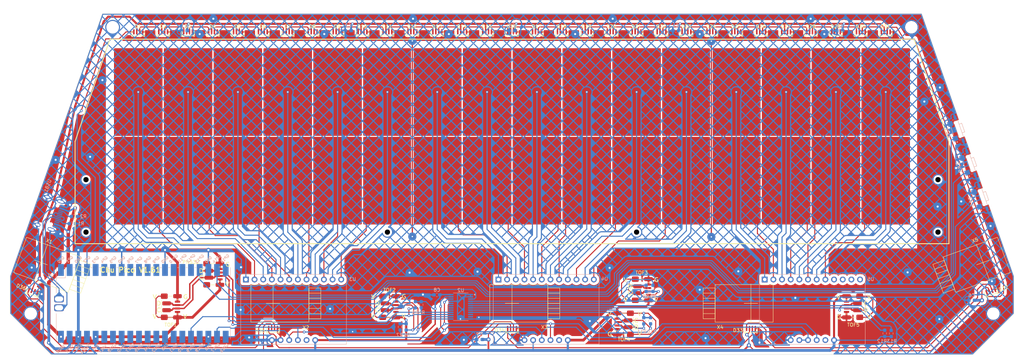
<source format=kicad_pcb>
(kicad_pcb (version 20241229) (generator "pcbnew") (generator_version "9.0")
  (title_block (title "Chu Pico Main"))
  (layers (0 "F.Cu" signal) (2 "B.Cu" signal) (13 "F.Paste" user) (15 "B.Paste" user) (5 "F.SilkS" user "F.Silkscreen") (7 "B.SilkS" user "B.Silkscreen") (1 "F.Mask" user) (3 "B.Mask" user) (25 "Edge.Cuts" user))
  (net 0 "")
  (net 1 "GND")
  (net 2 "+5V")
  (net 3 "+3V3")
  (net 4 "Net-(D1-In)")
  (net 5 "Net-(D1-Out)")
  (net 6 "Net-(D2-Out)")
  (net 7 "Net-(D3-Out)")
  (net 8 "Net-(D4-Out)")
  (net 9 "Net-(D5-Out)")
  (net 10 "Net-(D6-Out)")
  (net 11 "Net-(D7-Out)")
  (net 12 "Net-(D8-Out)")
  (net 13 "Net-(D10-In)")
  (net 14 "Net-(D10-Out)")
  (net 15 "Net-(D11-Out)")
  (net 16 "Net-(D12-Out)")
  (net 17 "Net-(D13-Out)")
  (net 18 "Net-(D14-Out)")
  (net 19 "/SCL")
  (net 20 "/SDA")
  (net 21 "Net-(D15-Out)")
  (net 22 "Net-(D16-Out)")
  (net 23 "Net-(D17-Out)")
  (net 24 "Net-(D18-Out)")
  (net 25 "Net-(D19-Out)")
  (net 26 "Net-(D20-Out)")
  (net 27 "Net-(D21-Out)")
  (net 28 "Net-(D22-Out)")
  (net 29 "Net-(D23-Out)")
  (net 30 "Net-(D24-Out)")
  (net 31 "Net-(D25-Out)")
  (net 32 "Net-(D26-Out)")
  (net 33 "Net-(D27-Out)")
  (net 34 "Net-(D28-Out)")
  (net 35 "Net-(D29-Out)")
  (net 36 "Net-(D30-Out)")
  (net 37 "Net-(D31-Out)")
  (net 38 "Net-(D32-Out)")
  (net 39 "Net-(D33-Out)")
  (net 40 "Net-(D34-Out)")
  (net 41 "Net-(D35-Out)")
  (net 43 "Net-(K1-Pin_1)")
  (net 44 "Net-(K2-Pin_1)")
  (net 45 "Net-(K3-Pin_1)")
  (net 46 "Net-(K4-Pin_1)")
  (net 47 "Net-(K5-Pin_1)")
  (net 48 "Net-(K6-Pin_1)")
  (net 49 "Net-(K7-Pin_1)")
  (net 50 "Net-(K8-Pin_1)")
  (net 51 "Net-(K9-Pin_1)")
  (net 52 "Net-(K10-Pin_1)")
  (net 53 "Net-(K11-Pin_1)")
  (net 54 "Net-(K12-Pin_1)")
  (net 55 "Net-(K13-Pin_1)")
  (net 56 "Net-(K14-Pin_1)")
  (net 57 "Net-(K15-Pin_1)")
  (net 58 "Net-(K16-Pin_1)")
  (net 59 "Net-(K17-Pin_1)")
  (net 60 "Net-(K18-Pin_1)")
  (net 61 "Net-(K19-Pin_1)")
  (net 62 "Net-(K20-Pin_1)")
  (net 63 "Net-(K21-Pin_1)")
  (net 64 "Net-(K22-Pin_1)")
  (net 65 "Net-(K23-Pin_1)")
  (net 66 "Net-(K24-Pin_1)")
  (net 67 "Net-(K25-Pin_1)")
  (net 68 "Net-(K26-Pin_1)")
  (net 69 "Net-(K27-Pin_1)")
  (net 70 "Net-(K28-Pin_1)")
  (net 71 "Net-(K29-Pin_1)")
  (net 72 "Net-(K30-Pin_1)")
  (net 73 "Net-(K31-Pin_1)")
  (net 74 "Net-(K32-Pin_1)")
  (net 75 "Net-(USB1-CC1)")
  (net 76 "Net-(USB1-CC2)")
  (net 88 "/SCL_1")
  (net 89 "/SDA_1")
  (net 90 "/SCL_2")
  (net 91 "/SDA_2")
  (net 92 "/SCL_3")
  (net 93 "/SDA_3")
  (net 94 "/SCL_4")
  (net 95 "/SDA_4")
  (net 96 "/SCL_5")
  (net 97 "/SDA_5")
  (net 102 "VBUS")
  (net 103 "Net-(SW1-A)")
  (net 104 "Net-(SW2-A)")
  (net 105 "Net-(SW3-A)")
  (net 114 "Net-(U1-GPIO19)")
  (net 118 "Net-(U1-USB1)")
  (net 126 "Net-(U1-USB2)")
  (footprint "chu_main:WS2812B-4020" (layer "F.Cu") (at 309.096 63.074 180)
    (property "Reference" "D29")
    (property "Value" "WS2812B_Unified")
  )
  (footprint "chu_main:ChuKey" (layer "F.Cu") (at 323.696 106.074 180)
    (property "Reference" "K32" (hide yes))
    (property "Value" "Conn_01x01_Female" (hide yes))
  )
  (footprint "chu_main:WS2812B-4020" (layer "F.Cu") (at 192.296 63.074 180)
    (property "Reference" "D13")
    (property "Value" "WS2812B_Unified")
  )
  (footprint "chu_main:GP2Y0E03_REAL" (layer "F.Cu") (at 144.196 142.074 90)
    (property "Reference" "X2")
    (property "Value" "GP2Y0E03_REAL" (hide yes))
  )
  (footprint "chu_main:WS2812B-4020" (layer "F.Cu") (at 144.196 150.074 180)
    (property "Reference" "D35")
    (property "Value" "WS2812B_Unified")
  )
  (footprint "chu_main:WS2812B-4020" (layer "F.Cu") (at 257.996 63.074 180)
    (property "Reference" "D22")
    (property "Value" "WS2812B_Unified")
  )
  (footprint "chu_main:WS2812B-4020" (layer "F.Cu") (at 104.696 63.074 180)
    (property "Reference" "D1")
    (property "Value" "WS2812B_Unified")
  )
  (footprint "chu_main:ChuKey" (layer "F.Cu") (at 163.096 106.074 180)
    (property "Reference" "K10" (hide yes))
    (property "Value" "Conn_01x01_Female" (hide yes))
  )
  (footprint "chu_main:ChuKey" (layer "F.Cu") (at 119.296 80.074)
    (property "Reference" "K3" (hide yes))
    (property "Value" "Conn_01x01_Female" (hide yes))
  )
  (footprint "chu_main:WS2812B-4020" (layer "F.Cu") (at 279.896 63.074 180)
    (property "Reference" "D25")
    (property "Value" "WS2812B_Unified")
  )
  (footprint "chu_main:SH1.0_4P_Solder_Combo" (layer "F.Cu") (at 314.196 143.074 90)
    (property "Reference" "TOF5")
    (property "Value" "TOF_I2C")
  )
  (footprint "chu_main:WS2812B-4020" (layer "F.Cu") (at 287.196 63.074 180)
    (property "Reference" "D26")
    (property "Value" "WS2812B_Unified")
  )
  (footprint "chu_main:WS2812B-4020" (layer "F.Cu") (at 111.996 63.074 180)
    (property "Reference" "D2")
    (property "Value" "WS2812B_Unified")
  )
  (footprint "chu_main:WS2812B-4020" (layer "F.Cu") (at 199.596 63.074 180)
    (property "Reference" "D14")
    (property "Value" "WS2812B_Unified")
  )
  (footprint "chu_main:ChuKeyBiasLeft" (layer "F.Cu") (at 265.296 80.074)
    (property "Reference" "K23" (hide yes))
    (property "Value" "Conn_01x01_Female" (hide yes))
  )
  (footprint "chu_main:WS2812B-4020" (layer "F.Cu") (at 73.696 139.074 160)
    (property "Reference" "D36")
    (property "Value" "WS2812B_Unified")
  )
  (footprint "chu_main:ChuKeyBiasRight" (layer "F.Cu") (at 192.296 80.074)
    (property "Reference" "K13" (hide yes))
    (property "Value" "Conn_01x01_Female" (hide yes))
  )
  (footprint "chu_main:WS2812B-4020" (layer "F.Cu") (at 272.596 63.074 180)
    (property "Reference" "D24")
    (property "Value" "WS2812B_Unified")
  )
  (footprint "chu_main:WS2812B-4020" (layer "F.Cu") (at 284.196 150.074 180)
    (property "Reference" "D33")
    (property "Value" "WS2812B_Unified")
  )
  (footprint "chu_main:ChuKey" (layer "F.Cu") (at 104.696 80.074)
    (property "Reference" "K1" (hide yes))
    (property "Value" "Conn_01x01_Female" (hide yes))
  )
  (footprint "chu_main:ChuAcrylic" (layer "F.Cu") (at 214.196 94.574)
    (property "Reference" "U0" (hide yes))
    (property "Value" "ChuAcrylic")
  )
  (footprint "chu_main:ChuKey" (layer "F.Cu") (at 148.496 106.074 180)
    (property "Reference" "K8" (hide yes))
    (property "Value" "Conn_01x01_Female" (hide yes))
  )
  (footprint "chu_main:WS2812B-4020" (layer "F.Cu") (at 206.896 63.074 180)
    (property "Reference" "D15")
    (property "Value" "WS2812B_Unified")
  )
  (footprint "chu_main:SH1.0_4P_Solder_Combo" (layer "F.Cu") (at 114.196 143.074 -90)
    (property "Reference" "TOF1")
    (property "Value" "TOF_I2C")
  )
  (footprint "chu_main:WS2812B-4020" (layer "F.Cu") (at 163.096 63.074 180)
    (property "Reference" "D9")
    (property "Value" "WS2812B_Unified")
  )
  (footprint "chu_main:ChuKey" (layer "F.Cu") (at 104.696 106.074 180)
    (property "Reference" "K2" (hide yes))
    (property "Value" "Conn_01x01_Female" (hide yes))
  )
  (footprint "chu_main:WS2812B-4020" (layer "F.Cu") (at 236.096 63.074 180)
    (property "Reference" "D19")
    (property "Value" "WS2812B_Unified")
  )
  (footprint "chu_main:WS2812B-4020" (layer "F.Cu") (at 126.596 63.074 180)
    (property "Reference" "D4")
    (property "Value" "WS2812B_Unified")
  )
  (footprint "chu_main:ChuKey" (layer "F.Cu") (at 163.096 80.074)
    (property "Reference" "K9" (hide yes))
    (property "Value" "Conn_01x01_Female" (hide yes))
  )
  (footprint "chu_main:WS2812B-4020" (layer "F.Cu") (at 148.496 63.074 180)
    (property "Reference" "D7")
    (property "Value" "WS2812B_Unified")
  )
  (footprint "chu_main:ChuKeyBiasRight" (layer "F.Cu") (at 279.896 80.074)
    (property "Reference" "K25" (hide yes))
    (property "Value" "Conn_01x01_Female" (hide yes))
  )
  (footprint "chu_main:WS2812B-4020" (layer "F.Cu") (at 228.796 63.074 180)
    (property "Reference" "D18")
    (property "Value" "WS2812B_Unified")
  )
  (footprint "chu_main:ChuKey" (layer "F.Cu") (at 309.096 106.074 180)
    (property "Reference" "K30" (hide yes))
    (property "Value" "Conn_01x01_Female" (hide yes))
  )
  (footprint "chu_main:WS2812B-4020" (layer "F.Cu") (at 243.396 63.074 180)
    (property "Reference" "D20")
    (property "Value" "WS2812B_Unified")
  )
  (footprint "chu_main:WS2812B-4020" (layer "F.Cu") (at 214.196 150.074 180)
    (property "Reference" "D34")
    (property "Value" "WS2812B_Unified")
  )
  (footprint "chu_main:ChuKey" (layer "F.Cu") (at 250.696 80.074)
    (property "Reference" "K21" (hide yes))
    (property "Value" "Conn_01x01_Female" (hide yes))
  )
  (footprint "chu_main:ChuKey" (layer "F.Cu") (at 119.296 106.074 180)
    (property "Reference" "K4" (hide yes))
    (property "Value" "Conn_01x01_Female" (hide yes))
  )
  (footprint "chu_main:ChuKey" (layer "F.Cu") (at 148.496 80.074)
    (property "Reference" "K7" (hide yes))
    (property "Value" "Conn_01x01_Female" (hide yes))
  )
  (footprint "chu_main:ChuKey" (layer "F.Cu") (at 206.896 106.074 180)
    (property "Reference" "K16" (hide yes))
    (property "Value" "Conn_01x01_Female" (hide yes))
  )
  (footprint "chu_main:SH1.0_4P_Solder_Combo" (layer "F.Cu") (at 126.626 133.524 -90)
    (property "Reference" "PN532" (hide yes))
    (property "Value" "TOF_I2C")
  )
  (footprint "chu_main:WS2812B-4020" (layer "F.Cu") (at 155.796 63.074 180)
    (property "Reference" "D8")
    (property "Value" "WS2812B_Unified")
  )
  (footprint "chu_main:GP2Y0E03_REAL" (layer "F.Cu") (at 352.196 130.074 -70)
    (property "Reference" "X5")
    (property "Value" "GP2Y0E03_REAL" (hide yes))
  )
  (footprint "chu_main:WS2812B-4020" (layer "F.Cu") (at 301.796 63.074 180)
    (property "Reference" "D28")
    (property "Value" "WS2812B_Unified")
  )
  (footprint "chu_main:ChuKeyBiasRight" (layer "F.Cu") (at 265.296 106.074 180)
    (property "Reference" "K24" (hide yes))
    (property "Value" "Conn_01x01_Female" (hide yes))
  )
  (footprint "chu_main:ChuKey" (layer "F.Cu") (at 221.496 106.074 180)
    (property "Reference" "K18" (hide yes))
    (property "Value" "Conn_01x01_Female" (hide yes))
  )
  (footprint "chu_main:ChuKey" (layer "F.Cu") (at 133.896 106.074 180)
    (property "Reference" "K6" (hide yes))
    (property "Value" "Conn_01x01_Female" (hide yes))
  )
  (footprint "chu_main:WS2812B-4020" (layer "F.Cu") (at 214.196 63.074 180)
    (property "Reference" "D16")
    (property "Value" "WS2812B_Unified")
  )
  (footprint "chu_main:WS2812B-4020" (layer "F.Cu") (at 133.896 63.074 180)
    (property "Reference" "D5")
    (property "Value" "WS2812B_Unified")
  )
  (footprint "chu_main:WS2812B-4020" (layer "F.Cu") (at 184.996 63.074 180)
    (property "Reference" "D12")
    (property "Value" "WS2812B_Unified")
  )
  (footprint "chu_main:ChuKey" (layer "F.Cu") (at 206.896 80.074)
    (property "Reference" "K15" (hide yes))
    (property "Value" "Conn_01x01_Female" (hide yes))
  )
  (footprint "chu_main:MountingHole_3.2mm_M3" (layer "F.Cu") (at 355.196 145.074)
    (property "Reference" "SCR4" (hide yes))
    (property "Value" "ScrewHole")
  )
  (footprint "chu_main:ChuKey" (layer "F.Cu") (at 236.096 106.074 180)
    (property "Reference" "K20" (hide yes))
    (property "Value" "Conn_01x01_Female" (hide yes))
  )
  (footprint "chu_main:WS2812B-4020" (layer "F.Cu") (at 170.396 63.074 180)
    (property "Reference" "D10")
    (property "Value" "WS2812B_Unified")
  )
  (footprint "chu_main:ChuKey" (layer "F.Cu") (at 250.696 106.074 180)
    (property "Reference" "K22" (hide yes))
    (property "Value" "Conn_01x01_Female" (hide yes))
  )
  (footprint "chu_main:WS2812B-4020" (layer "F.Cu") (at 323.696 63.074 180)
    (property "Reference" "D31")
    (property "Value" "WS2812B_Unified")
  )
  (footprint "chu_main:ChuKey" (layer "F.Cu") (at 133.896 80.074)
    (property "Reference" "K5" (hide yes))
    (property "Value" "Conn_01x01_Female" (hide yes))
  )
  (footprint "chu_main:WS2812B-4020" (layer "F.Cu") (at 250.696 63.074 180)
    (property "Reference" "D21")
    (property "Value" "WS2812B_Unified")
  )
  (footprint "chu_main:WS2812B-4020" (layer "F.Cu") (at 177.696 63.074 180)
    (property "Reference" "D11")
    (property "Value" "WS2812B_Unified")
  )
  (footprint "chu_main:SH1.0_4P_Solder_Combo" (layer "F.Cu") (at 246.996 148.074 90)
    (property "Reference" "TOF4")
    (property "Value" "TOF_I2C")
  )
  (footprint "chu_main:SH1.0_4P_Solder_Combo" (layer "F.Cu") (at 252.196 138.074 -90)
    (property "Reference" "TOF3")
    (property "Value" "TOF_I2C")
  )
  (footprint "chu_main:MountingHole_3.2mm_M3" (layer "F.Cu") (at 73.196 145.074)
    (property "Reference" "SCR3" (hide yes))
    (property "Value" "ScrewHole")
  )
  (footprint "chu_main:WS2812B-4020" (layer "F.Cu") (at 141.196 63.074 180)
    (property "Reference" "D6")
    (property "Value" "WS2812B_Unified")
  )
  (footprint "chu_main:ChuKeyBiasLeft" (layer "F.Cu") (at 279.896 106.074 180)
    (property "Reference" "K26" (hide yes))
    (property "Value" "Conn_01x01_Female" (hide yes))
  )
  (footprint "chu_main:ChuKey" (layer "F.Cu") (at 236.096 80.074)
    (property "Reference" "K19" (hide yes))
    (property "Value" "Conn_01x01_Female" (hide yes))
  )
  (footprint "chu_main:ChuKey" (layer "F.Cu") (at 294.496 106.074 180)
    (property "Reference" "K28" (hide yes))
    (property "Value" "Conn_01x01_Female" (hide yes))
  )
  (footprint "chu_main:ChuKey" (layer "F.Cu") (at 323.696 80.074)
    (property "Reference" "K31" (hide yes))
    (property "Value" "Conn_01x01_Female" (hide yes))
  )
  (footprint "chu_main:WS2812B-4020" (layer "F.Cu") (at 265.296 63.074 180)
    (property "Reference" "D23")
    (property "Value" "WS2812B_Unified")
  )
  (footprint "chu_main:ChuKeyBiasLeft" (layer "F.Cu") (at 192.296 106.074 180)
    (property "Reference" "K14" (hide yes))
    (property "Value" "Conn_01x01_Female" (hide yes))
  )
  (footprint "chu_main:GP2Y0E03_REAL" (layer "F.Cu") (at 76.196 130.074 70)
    (property "Reference" "X1")
    (property "Value" "GP2Y0E03_REAL" (hide yes))
  )
  (footprint "chu_main:WS2812B-4020" (layer "F.Cu") (at 294.496 63.074 180)
    (property "Reference" "D27")
    (property "Value" "WS2812B_Unified")
  )
  (footprint "chu_main:SH1.0_4P_Solder_Combo" (layer "F.Cu") (at 178.196 143.074 -90)
    (property "Reference" "TOF2")
    (property "Value" "TOF_I2C")
  )
  (footprint "chu_main:WS2812B-4020" (layer "F.Cu") (at 119.296 63.074 180)
    (property "Reference" "D3")
    (property "Value" "WS2812B_Unified")
  )
  (footprint "chu_main:ChuKeyBiasLeft" (layer "F.Cu") (at 177.696 80.074)
    (property "Reference" "K11" (hide yes))
    (property "Value" "Conn_01x01_Female" (hide yes))
  )
  (footprint "chu_main:ChuKey" (layer "F.Cu") (at 309.096 80.074)
    (property "Reference" "K29" (hide yes))
    (property "Value" "Conn_01x01_Female" (hide yes))
  )
  (footprint "chu_main:MountingHole_3.2mm_M3" (layer "F.Cu") (at 331.196 61.074)
    (property "Reference" "SCR2" (hide yes))
    (property "Value" "ScrewHole")
  )
  (footprint "chu_main:GP2Y0E03_REAL" (layer "F.Cu") (at 284.196 142.074 -90)
    (property "Reference" "X4")
    (property "Value" "GP2Y0E03_REAL" (hide yes))
  )
  (footprint "chu_main:ChuKeyBiasRight" (layer "F.Cu") (at 177.696 106.074 180)
    (property "Reference" "K12" (hide yes))
    (property "Value" "Conn_01x01_Female" (hide yes))
  )
  (footprint "chu_main:GP2Y0E03_REAL" (layer "F.Cu") (at 214.196 142.074 90)
    (property "Reference" "X3")
    (property "Value" "GP2Y0E03_REAL" (hide yes))
  )
  (footprint "chu_main:WS2812B-4020" (layer "F.Cu") (at 221.496 63.074 180)
    (property "Reference" "D17")
    (property "Value" "WS2812B_Unified")
  )
  (footprint "chu_main:ChuKey" (layer "F.Cu") (at 294.496 80.074)
    (property "Reference" "K27" (hide yes))
    (property "Value" "Conn_01x01_Female" (hide yes))
  )
  (footprint "chu_main:MountingHole_3.2mm_M3" (layer "F.Cu") (at 97.196 61.074)
    (property "Reference" "SCR1" (hide yes))
    (property "Value" "ScrewHole")
  )
  (footprint "chu_main:WS2812B-4020" (layer "F.Cu") (at 316.396 63.074 180)
    (property "Reference" "D30")
    (property "Value" "WS2812B_Unified")
  )
  (footprint "chu_main:WS2812B-4020" (layer "F.Cu") (at 354.696 139.074 -160)
    (property "Reference" "D32")
    (property "Value" "WS2812B_Unified")
  )
  (footprint "chu_main:ChuKey" (layer "F.Cu") (at 221.496 80.074)
    (property "Reference" "K17" (hide yes))
    (property "Value" "Conn_01x01_Female" (hide yes))
  )
  (footprint "Capacitor_SMD:C_0603_1608Metric_Pad1.08x0.95mm_HandSolder" (layer "B.Cu") (at 192.196 139.574 180)
    (property "Reference" "C8")
    (property "Value" "0.1uF")
  )
  (footprint "chu_main:MPR121_BOARD" (layer "B.Cu") (at 150.196 135.074)
    (property "Reference" "U3")
    (property "Value" "MPR121QR2_BOARD")
  )
  (footprint "chu_main:MPR121_BOARD" (layer "B.Cu") (at 224.196 135.074)
    (property "Reference" "U4")
    (property "Value" "MPR121QR2_BOARD")
  )
  (footprint "Resistor_SMD:R_0603_1608Metric_Pad0.98x0.95mm_HandSolder" (layer "B.Cu") (at 254.796 147.174 90)
    (property "Reference" "R10")
    (property "Value" "4.7K")
  )
  (footprint "Resistor_SMD:R_0603_1608Metric_Pad0.98x0.95mm_HandSolder" (layer "B.Cu") (at 85.396 118.674)
    (property "Reference" "R1")
    (property "Value" "5K1")
  )
  (footprint "Package_SO:TSSOP-24_4.4x7.8mm_P0.65mm" (layer "B.Cu") (at 199.196 143.074 180)
    (property "Reference" "U2")
    (property "Value" "PCA9548APW")
  )
  (footprint "Type-C:HRO-TYPE-C-31-M-12-Assembly" (layer "B.Cu") (at 74.196 114.074 70.75)
    (property "Reference" "USB1")
    (property "Value" "U262-161N-4BVC11" (hide yes))
  )
  (footprint "chu_main:MPR121_BOARD" (layer "B.Cu") (at 302.196 135.074)
    (property "Reference" "U5")
    (property "Value" "MPR121QR2_BOARD")
  )
  (footprint "Resistor_SMD:R_0603_1608Metric_Pad0.98x0.95mm_HandSolder" (layer "B.Cu") (at 253.496 137.674 -90)
    (property "Reference" "R8")
    (property "Value" "4.7K")
  )
  (footprint "Resistor_SMD:R_0603_1608Metric_Pad0.98x0.95mm_HandSolder" (layer "B.Cu") (at 181.396 148.974 90)
    (property "Reference" "R7")
    (property "Value" "4.7K")
  )
  (footprint "Capacitor_SMD:C_0603_1608Metric_Pad1.08x0.95mm_HandSolder" (layer "B.Cu") (at 166.196 62.074 180)
    (property "Reference" "C2")
    (property "Value" "0.1uF")
  )
  (footprint "Resistor_SMD:R_0603_1608Metric_Pad0.98x0.95mm_HandSolder" (layer "B.Cu") (at 255.496 137.674 -90)
    (property "Reference" "R9")
    (property "Value" "4.7K")
  )
  (footprint "Capacitor_SMD:C_0603_1608Metric_Pad1.08x0.95mm_HandSolder" (layer "B.Cu") (at 348.86475 141.174 180)
    (property "Reference" "C6")
    (property "Value" "0.1uF" (hide yes))
  )
  (footprint "Capacitor_SMD:C_0603_1608Metric_Pad1.08x0.95mm_HandSolder" (layer "B.Cu") (at 262.196 62.074 180)
    (property "Reference" "C4")
    (property "Value" "0.1uF")
  )
  (footprint "chu_main:SW_EVQ-P46B3M" (layer "B.Cu") (at 348.279 101.074 -70.6768)
    (property "Reference" "SW2")
    (property "Value" "SPST_EVQP4")
    (fp_line (start -2.549999 -0.23) (end -2.55 -1.27) (stroke (width 0.1)) (layer "Edge.Cuts"))
    (fp_line (start 1.8 0.38) (end -1.8 0.38) (stroke (width 0.1)) (layer "Edge.Cuts"))
    (fp_line (start -2.55 -1.27) (end -3.65 -1.27) (stroke (width 0.1)) (layer "Edge.Cuts"))
    (fp_line (start 2.55 -1.27) (end 2.55 -0.23) (stroke (width 0.1)) (layer "Edge.Cuts"))
    (fp_line (start 3.55 -1.27) (end 2.55 -1.27) (stroke (width 0.1)) (layer "Edge.Cuts"))
    (fp_arc (start -1.800001 0.379999) (mid -2.409036 0.362746) (end -2.549998 -0.23) (stroke (width 0.1)) (layer "Edge.Cuts"))
    (fp_arc (start 2.55 -0.23) (mid 2.409034 0.362753) (end 1.799995 0.380007) (stroke (width 0.1)) (layer "Edge.Cuts"))
  )
  (footprint "chu_main:SW_EVQ-P46B3M" (layer "B.Cu") (at 351.785 111.074 -70.6768)
    (property "Reference" "SW1")
    (property "Value" "SPST_EVQP4")
    (fp_line (start -2.549999 -0.23) (end -2.55 -1.27) (stroke (width 0.1)) (layer "Edge.Cuts"))
    (fp_line (start 1.8 0.38) (end -1.8 0.38) (stroke (width 0.1)) (layer "Edge.Cuts"))
    (fp_line (start -2.55 -1.27) (end -3.65 -1.27) (stroke (width 0.1)) (layer "Edge.Cuts"))
    (fp_line (start 2.55 -1.27) (end 2.55 -0.23) (stroke (width 0.1)) (layer "Edge.Cuts"))
    (fp_line (start 3.55 -1.27) (end 2.55 -1.27) (stroke (width 0.1)) (layer "Edge.Cuts"))
    (fp_arc (start -1.800001 0.379999) (mid -2.409036 0.362746) (end -2.549998 -0.23) (stroke (width 0.1)) (layer "Edge.Cuts"))
    (fp_arc (start 2.55 -0.23) (mid 2.409034 0.362753) (end 1.799995 0.380007) (stroke (width 0.1)) (layer "Edge.Cuts"))
  )
  (footprint "Resistor_SMD:R_0603_1608Metric_Pad0.98x0.95mm_HandSolder" (layer "B.Cu") (at 187.596 142.474 90)
    (property "Reference" "R4")
    (property "Value" "4.7K")
  )
  (footprint "Capacitor_SMD:C_0603_1608Metric_Pad1.08x0.95mm_HandSolder" (layer "B.Cu") (at 214.196 62.074 180)
    (property "Reference" "C3")
    (property "Value" "0.1uF" (hide yes))
  )
  (footprint "Resistor_SMD:R_0603_1608Metric_Pad0.98x0.95mm_HandSolder" (layer "B.Cu") (at 85.996 116.574)
    (property "Reference" "R2")
    (property "Value" "5K1")
  )
  (footprint "Capacitor_SMD:C_0603_1608Metric_Pad1.08x0.95mm_HandSolder" (layer "B.Cu") (at 204.66475 152.674 180)
    (property "Reference" "C7")
    (property "Value" "0.1uF" (hide yes))
  )
  (footprint "Resistor_SMD:R_0603_1608Metric_Pad0.98x0.95mm_HandSolder" (layer "B.Cu") (at 323.396 150.874 -90)
    (property "Reference" "R12")
    (property "Value" "4.7K")
  )
  (footprint "Resistor_SMD:R_0603_1608Metric_Pad0.98x0.95mm_HandSolder" (layer "B.Cu") (at 252.796 147.174 90)
    (property "Reference" "R11")
    (property "Value" "4.7K")
  )
  (footprint "chu_main:RPi_Pico_SMD_Pins_No_SWD" (layer "B.Cu") (at 106.186 142.074 -90)
    (property "Reference" "U1")
    (property "Value" "PiPico_No_SWD")
  )
  (footprint "chu_main:SW_EVQ-P46B3M" (layer "B.Cu") (at 344.772 91.074 -70.6768)
    (property "Reference" "SW3")
    (property "Value" "SPST_EVQP4")
    (fp_line (start -2.549999 -0.23) (end -2.55 -1.27) (stroke (width 0.1)) (layer "Edge.Cuts"))
    (fp_line (start 1.8 0.38) (end -1.8 0.38) (stroke (width 0.1)) (layer "Edge.Cuts"))
    (fp_line (start -2.55 -1.27) (end -3.65 -1.27) (stroke (width 0.1)) (layer "Edge.Cuts"))
    (fp_line (start 2.55 -1.27) (end 2.55 -0.23) (stroke (width 0.1)) (layer "Edge.Cuts"))
    (fp_line (start 3.55 -1.27) (end 2.55 -1.27) (stroke (width 0.1)) (layer "Edge.Cuts"))
    (fp_arc (start -1.800001 0.379999) (mid -2.409036 0.362746) (end -2.549998 -0.23) (stroke (width 0.1)) (layer "Edge.Cuts"))
    (fp_arc (start 2.55 -0.23) (mid 2.409034 0.362753) (end 1.799995 0.380007) (stroke (width 0.1)) (layer "Edge.Cuts"))
  )
  (footprint "Resistor_SMD:R_0603_1608Metric_Pad0.98x0.95mm_HandSolder" (layer "B.Cu") (at 185.896 142.474 90)
    (property "Reference" "R5")
    (property "Value" "4.7K")
  )
  (footprint "Capacitor_SMD:C_0603_1608Metric_Pad1.08x0.95mm_HandSolder" (layer "B.Cu") (at 118.196 62.074 180)
    (property "Reference" "C1")
    (property "Value" "0.1uF")
  )
  (footprint "Resistor_SMD:R_0603_1608Metric_Pad0.98x0.95mm_HandSolder" (layer "B.Cu") (at 325.296 150.899 -90)
    (property "Reference" "R13")
    (property "Value" "4.7K")
  )
  (footprint "Capacitor_SMD:C_0603_1608Metric_Pad1.08x0.95mm_HandSolder" (layer "B.Cu") (at 310.196 62.074 180)
    (property "Reference" "C5")
    (property "Value" "0.1uF")
  )
  (footprint "Resistor_SMD:R_0603_1608Metric_Pad0.98x0.95mm_HandSolder" (layer "B.Cu") (at 183.196 148.974 90)
    (property "Reference" "R6")
    (property "Value" "4.7K")
  )
  (gr_line (start 344.762685 87.209377) (end 334.196 57.074) (stroke (width 0.1)) (layer "Edge.Cuts"))
  (gr_line (start 349.196 157.074) (end 361.196 145.074) (stroke (width 0.1)) (layer "Edge.Cuts"))
  (gr_line (start 67.196 145.074) (end 67.196 134.074) (stroke (width 0.1)) (layer "Edge.Cuts"))
  (gr_line (start 361.196 134.074) (end 354.15814 114.003779) (stroke (width 0.1)) (layer "Edge.Cuts"))
  (gr_line (start 351.775685 107.209377) (end 350.65214 104.003779) (stroke (width 0.1)) (layer "Edge.Cuts"))
  (gr_line (start 361.196 145.074) (end 361.196 134.074) (stroke (width 0.1)) (layer "Edge.Cuts"))
  (gr_line (start 348.269685 97.209377) (end 347.14514 94.003779) (stroke (width 0.1)) (layer "Edge.Cuts"))
  (gr_line (start 67.196 145.074) (end 79.196 157.074) (stroke (width 0.1)) (layer "Edge.Cuts"))
  (gr_line (start 79.196 157.074) (end 349.196 157.074) (stroke (width 0.1)) (layer "Edge.Cuts"))
  (gr_line (start 94.196 57.074) (end 334.196 57.074) (stroke (width 0.1)) (layer "Edge.Cuts"))
  (gr_line (start 94.196 57.074) (end 67.196 134.074) (stroke (width 0.1)) (layer "Edge.Cuts"))
  (gr_text " V\nC\nD\n V" (at 249.796 151.674 0) (layer "F.SilkS") (effects (font (size 1.2 1.4) (thickness 0.2) (bold yes)) (justify left bottom)))
  (gr_text " V\nC\nD\n V" (at 316.996 146.674 0) (layer "F.SilkS") (effects (font (size 1.2 1.4) (thickness 0.2) (bold yes)) (justify left bottom)))
  (gr_text "V\n\n\nG" (at 241.996 151.774 0) (layer "F.SilkS") (effects (font (size 1.2 1.4) (thickness 0.2) (bold yes)) (justify left bottom)))
  (gr_text "D\nC" (at 122.296 135.174 0) (layer "F.SilkS") (effects (font (size 1.2 1.4) (thickness 0.2) (bold yes)) (justify left bottom)))
  (gr_text "V\n D\n C\nV" (at 108.796 146.674 0) (layer "F.SilkS") (effects (font (size 1.2 1.4) (thickness 0.2) (bold yes)) (justify left bottom)))
  (gr_text "V\n\n\nG" (at 309.096 146.774 0) (layer "F.SilkS") (effects (font (size 1.2 1.4) (thickness 0.2) (bold yes)) (justify left bottom)))
  (gr_text " G\n\n\n V" (at 128.996 137.174 0) (layer "F.SilkS") (effects (font (size 1.2 1.4) (thickness 0.2) (bold yes)) (justify left bottom)))
  (gr_text "V\n D\n C\nV" (at 172.796 146.674 0) (layer "F.SilkS") (effects (font (size 1.2 1.4) (thickness 0.2) (bold yes)) (justify left bottom)))
  (gr_text "Chu Pico V1.61" (at 102.376 132.274 0) (layer "F.SilkS") (effects (font (size 1.5 1.5) (thickness 0.3))))
  (gr_text "V\n D\n C\nV" (at 246.796 141.674 0) (layer "F.SilkS") (effects (font (size 1.2 1.4) (thickness 0.2) (bold yes)) (justify left bottom)))
  (gr_text "G\n\n\nV" (at 117.696 146.674 0) (layer "F.SilkS") (effects (font (size 1.2 1.4) (thickness 0.2) (bold yes)) (justify left bottom)))
  (gr_text "G\n\n\nV" (at 255.696 141.674 0) (layer "F.SilkS") (effects (font (size 1.2 1.4) (thickness 0.2) (bold yes)) (justify left bottom)))
  (gr_text "G\n\n\nV" (at 181.696 146.574 0) (layer "F.SilkS") (effects (font (size 1.2 1.4) (thickness 0.2) (bold yes)) (justify left bottom)))
  (segment (start 145.471 149.424) (end 145.471 150.649) (width 0.3) (layer "F.Cu") (net 1))
  (segment (start 128.626 128.604) (end 128.626 130.414) (width 0.8) (layer "F.Cu") (net 1))
  (segment (start 244.996 149.574) (end 244.996 151.184) (width 0.5) (layer "F.Cu") (net 1))
  (segment (start 184.996 122.474) (end 184.996 65.074) (width 0.35) (layer "F.Cu") (net 1))
  (segment (start 285.471 152.349) (end 285.471 149.424) (width 0.3) (layer "F.Cu") (net 1))
  (segment (start 128.626 132.024) (end 128.626 130.414) (width 0.5) (layer "F.Cu") (net 1))
  (segment (start 180.196 141.574) (end 180.196 139.964) (width 0.5) (layer "F.Cu") (net 1))
  (segment (start 116.196 139.964) (end 116.196 130.074) (width 0.8) (layer "F.Cu") (net 1))
  (segment (start 125.246 126.424) (end 126.446 126.424) (width 0.8) (layer "F.Cu") (net 1))
  (segment (start 126.446 126.424) (end 128.626 128.604) (width 0.8) (layer "F.Cu") (net 1))
  (segment (start 272.596 122.574) (end 272.596 65.174) (width 0.35) (layer "F.Cu") (net 1))
  (segment (start 354.796 135.574) (end 355.671795 138.027124) (width 0.3) (layer "F.Cu") (net 1))
  (segment (start 116.196 130.074) (end 112.546 126.424) (width 0.8) (layer "F.Cu") (net 1))
  (segment (start 217.846 152.854) (end 215.471 150.479) (width 0.3) (layer "F.Cu") (net 1))
  (segment (start 116.196 141.574) (end 116.196 139.964) (width 0.6) (layer "F.Cu") (net 1))
  (segment (start 312.196 144.574) (end 312.196 146.184) (width 0.5) (layer "F.Cu") (net 1))
  (segment (start 215.471 150.479) (end 215.471 149.424) (width 0.3) (layer "F.Cu") (net 1))
  (segment (start 254.196 136.574) (end 254.196 134.964) (width 0.5) (layer "F.Cu") (net 1))
  (segment (start 146.386 151.564) (end 146.386 152.854) (width 0.3) (layer "F.Cu") (net 1))
  (segment (start 145.471 150.649) (end 146.386 151.564) (width 0.3) (layer "F.Cu") (net 1))
  (segment (start 286.696 153.574) (end 285.471 152.349) (width 0.3) (layer "F.Cu") (net 1))
  (segment (start 75.116421 138.899275) (end 76.396 139.354098) (width 0.3) (layer "F.Cu") (net 1))
  (via (at 200.096 152.774) (size 1.2) (drill 0.6) (layers "F.Cu" "B.Cu") (net 1))
  (via (at 236.996 147.274) (size 1.2) (drill 0.6) (layers "F.Cu" "B.Cu") (net 1))
  (via (at 125.246 151.874) (size 1) (drill 0.5) (layers "F.Cu" "B.Cu") (net 1))
  (via (at 305.696 63.074) (size 1.2) (drill 0.6) (layers "F.Cu" "B.Cu") (net 1))
  (via (at 269.196 63.074) (size 1.2) (drill 0.6) (layers "F.Cu" "B.Cu") (net 1))
  (via (at 84.696 113.174) (size 1.2) (drill 0.6) (layers "F.Cu" "B.Cu") (net 1))
  (via (at 339.396 146.674) (size 1.2) (drill 0.6) (layers "F.Cu" "B.Cu") (net 1))
  (via (at 243.696 58.574) (size 1.2) (drill 0.6) (layers "F.Cu" "B.Cu") (net 1))
  (via (at 134.796 131.474) (size 1.2) (drill 0.6) (layers "F.Cu" "B.Cu") (net 1))
  (via (at 99.846 126.424) (size 1.2) (drill 0.6) (layers "F.Cu" "B.Cu") (net 1))
  (via (at 184.996 122.474) (size 0.8) (drill 0.4) (layers "F.Cu" "B.Cu") (net 1))
  (via (at 94.196 76.574) (size 1.2) (drill 0.6) (layers "F.Cu" "B.Cu") (net 1))
  (via (at 126.696 58.574) (size 1.2) (drill 0.6) (layers "F.Cu" "B.Cu") (net 1))
  (via (at 184.996 65.074) (size 0.8) (drill 0.4) (layers "F.Cu" "B.Cu") (net 1))
  (via (at 125.246 126.424) (size 1.2) (drill 0.6) (layers "F.Cu" "B.Cu") (net 1))
  (via (at 87.146 151.874) (size 0.8) (drill 0.4) (layers "F.Cu" "B.Cu") (net 1))
  (via (at 185.196 58.574) (size 1.2) (drill 0.6) (layers "F.Cu" "B.Cu") (net 1))
  (via (at 344.296 102.374) (size 1.2) (drill 0.6) (layers "F.Cu" "B.Cu") (net 1))
  (via (at 134.696 143.974) (size 1.2) (drill 0.6) (layers "F.Cu" "B.Cu") (net 1))
  (via (at 188.096 139.499) (size 1.2) (drill 0.6) (layers "F.Cu" "B.Cu") (net 1))
  (via (at 90.596 99.074) (size 1.2) (drill 0.6) (layers "F.Cu" "B.Cu") (net 1))
  (via (at 297.196 140.474) (size 1.2) (drill 0.6) (layers "F.Cu" "B.Cu") (net 1))
  (via (at 204.096 132.774) (size 1.2) (drill 0.6) (layers "F.Cu" "B.Cu") (net 1))
  (via (at 269.196 138.074) (size 1.2) (drill 0.6) (layers "F.Cu" "B.Cu") (net 1))
  (via (at 199.096 146.649) (size 0.8) (drill 0.4) (layers "F.Cu" "B.Cu") (net 1))
  (via (at 159.196 63.064) (size 1.2) (drill 0.6) (layers "F.Cu" "B.Cu") (net 1))
  (via (at 195.696 63.074) (size 1.2) (drill 0.6) (layers "F.Cu" "B.Cu") (net 1))
  (via (at 242.796 131.674) (size 1.2) (drill 0.6) (layers "F.Cu" "B.Cu") (net 1))
  (via (at 345.796 112.174) (size 1.2) (drill 0.6) (layers "F.Cu" "B.Cu") (net 1))
  (via (at 184.196 133.074) (size 1.2) (drill 0.6) (layers "F.Cu" "B.Cu") (net 1))
  (via (at 73.496 131.574) (size 1.2) (drill 0.6) (layers "F.Cu" "B.Cu") (net 1))
  (via (at 112.546 126.424) (size 1.2) (drill 0.6) (layers "F.Cu" "B.Cu") (net 1))
  (via (at 301.696 58.574) (size 1.2) (drill 0.6) (layers "F.Cu" "B.Cu") (net 1))
  (via (at 76.396 139.354098) (size 1.2) (drill 0.6) (layers "F.Cu" "B.Cu") (net 1))
  (via (at 354.396 119.374) (size 1.2) (drill 0.6) (layers "F.Cu" "B.Cu") (net 1))
  (via (at 167.496 150.374) (size 0.8) (drill 0.4) (layers "F.Cu" "B.Cu") (net 1))
  (via (at 286.696 153.574) (size 1.2) (drill 0.6) (layers "F.Cu" "B.Cu") (net 1))
  (via (at 232.696 63.064) (size 1.2) (drill 0.6) (layers "F.Cu" "B.Cu") (net 1))
  (via (at 334.996 82.874) (size 1.2) (drill 0.6) (layers "F.Cu" "B.Cu") (net 1))
  (via (at 80.496 99.974) (size 1.2) (drill 0.6) (layers "F.Cu" "B.Cu") (net 1))
  (via (at 87.146 126.424) (size 1.2) (drill 0.6) (layers "F.Cu" "B.Cu") (net 1))
  (via (at 204.496 146.174) (size 0.8) (drill 0.4) (layers "F.Cu" "B.Cu") (net 1))
  (via (at 160.896 143.674) (size 1.2) (drill 0.6) (layers "F.Cu" "B.Cu") (net 1))
  (via (at 272.596 65.174) (size 0.8) (drill 0.4) (layers "F.Cu" "B.Cu") (net 1))
  (via (at 272.596 122.574) (size 0.8) (drill 0.4) (layers "F.Cu" "B.Cu") (net 1))
  (via (at 81.896 121.674) (size 1.2) (drill 0.6) (layers "F.Cu" "B.Cu") (net 1))
  (via (at 137.196 152.074) (size 1.2) (drill 0.6) (layers "F.Cu" "B.Cu") (net 1))
  (via (at 354.796 135.574) (size 1.2) (drill 0.6) (layers "F.Cu" "B.Cu") (net 1))
  (via (at 339.556 78.744) (size 1.2) (drill 0.6) (layers "F.Cu" "B.Cu") (net 1))
  (via (at 330.096 132.974) (size 1.2) (drill 0.6) (layers "F.Cu" "B.Cu") (net 1))
  (via (at 270.896 152.274) (size 1.2) (drill 0.6) (layers "F.Cu" "B.Cu") (net 1))
  (via (at 338.896 113.674) (size 1.2) (drill 0.6) (layers "F.Cu" "B.Cu") (net 1))
  (via (at 280.496 132.674) (size 1.2) (drill 0.6) (layers "F.Cu" "B.Cu") (net 1))
  (via (at 122.696 63.074) (size 1.2) (drill 0.6) (layers "F.Cu" "B.Cu") (net 1))
  (segment (start 112.546 151.874) (end 112.546 154.674) (width 0.4) (layer "B.Cu") (net 1))
  (segment (start 112.546 126.424) (end 112.546 132.274) (width 0.4) (layer "B.Cu") (net 1))
  (segment (start 81.596 120.074) (end 81.896 121.674) (width 0.5) (layer "B.Cu") (net 1))
  (segment (start 80.397513 119.655657) (end 81.596 120.074) (width 0.5) (layer "B.Cu") (net 1))
  (segment (start 84.696 113.174) (end 83.696 113.974) (width 0.5) (layer "B.Cu") (net 1))
  (segment (start 112.546 154.674) (end 100.196 154.674) (width 0.4) (layer "B.Cu") (net 1))
  (segment (start 87.146 132.274) (end 87.146 151.874) (width 0.8) (layer "B.Cu") (net 1))
  (segment (start 125.246 126.424) (end 125.246 132.274) (width 0.4) (layer "B.Cu") (net 1))
  (segment (start 196.3335 141.449) (end 198.521 141.449) (width 0.3) (layer "B.Cu") (net 1))
  (segment (start 125.246 154.024) (end 125.246 151.874) (width 0.4) (layer "B.Cu") (net 1))
  (segment (start 202.0585 140.149) (end 202.0585 139.499) (width 0.3) (layer "B.Cu") (net 1))
  (segment (start 204.021 146.649) (end 202.0585 146.649) (width 0.3) (layer "B.Cu") (net 1))
  (segment (start 202.0585 146.649) (end 199.096 146.649) (width 0.3) (layer "B.Cu") (net 1))
  (segment (start 124.596 154.674) (end 125.246 154.024) (width 0.4) (layer "B.Cu") (net 1))
  (segment (start 204.496 146.174) (end 204.021 146.649) (width 0.3) (layer "B.Cu") (net 1))
  (segment (start 99.846 154.324) (end 99.846 151.874) (width 0.4) (layer "B.Cu") (net 1))
  (segment (start 100.196 154.674) (end 99.846 154.324) (width 0.4) (layer "B.Cu") (net 1))
  (segment (start 137.976 152.854) (end 137.196 152.074) (width 0.8) (layer "B.Cu") (net 1))
  (segment (start 199.821 140.149) (end 202.0585 140.149) (width 0.3) (layer "B.Cu") (net 1))
  (segment (start 87.146 126.424) (end 87.146 132.274) (width 0.8) (layer "B.Cu") (net 1))
  (segment (start 146.386 152.854) (end 137.976 152.854) (width 0.8) (layer "B.Cu") (net 1))
  (segment (start 99.846 126.424) (end 99.846 132.274) (width 0.4) (layer "B.Cu") (net 1))
  (segment (start 198.521 141.449) (end 199.821 140.149) (width 0.3) (layer "B.Cu") (net 1))
  (segment (start 112.546 154.674) (end 124.596 154.674) (width 0.4) (layer "B.Cu") (net 1))
  (segment (start 83.696 113.974) (end 82.524017 113.566282) (width 0.5) (layer "B.Cu") (net 1))
  (segment (start 352.696 137.374) (end 353.196 137.374) (width 0.3) (layer "F.Cu") (net 2))
  (segment (start 80.796 155.974) (end 141.396 155.974) (width 0.5) (layer "F.Cu") (net 2))
  (segment (start 286.771 62.424) (end 286.771 60.074) (width 0.4) (layer "F.Cu") (net 2))
  (segment (start 294.071 62.424) (end 294.071 60.074) (width 0.4) (layer "F.Cu") (net 2))
  (segment (start 119.446 60.074) (end 315.996 60.074) (width 0.6) (layer "F.Cu") (net 2))
  (segment (start 281.996 155.974) (end 214.196 155.974) (width 0.5) (layer "F.Cu") (net 2))
  (segment (start 155.371 62.424) (end 155.371 60.074) (width 0.4) (layer "F.Cu") (net 2))
  (segment (start 283.596 154.374) (end 281.996 155.974) (width 0.5) (layer "F.Cu") (net 2))
  (segment (start 279.471 62.424) (end 279.471 60.074) (width 0.4) (layer "F.Cu") (net 2))
  (segment (start 126.171 62.424) (end 126.171 60.074) (width 0.4) (layer "F.Cu") (net 2))
  (segment (start 336.996 155.974) (end 351.796 141.174) (width 0.3) (layer "F.Cu") (net 2))
  (segment (start 283.771 150.499) (end 283.771 149.424) (width 0.3) (layer "F.Cu") (net 2))
  (segment (start 76.596 121.074) (end 80.496 110.226455) (width 0.6) (layer "F.Cu") (net 2))
  (segment (start 221.071 62.424) (end 221.071 60.074) (width 0.4) (layer "F.Cu") (net 2))
  (segment (start 207.296 152.674) (end 207.296 155.974) (width 0.5) (layer "F.Cu") (net 2))
  (segment (start 80.696 109.674) (end 86.196 84.274) (width 0.6) (layer "F.Cu") (net 2))
  (segment (start 169.971 62.424) (end 169.971 60.074) (width 0.4) (layer "F.Cu") (net 2))
  (segment (start 315.971 62.424) (end 315.971 60.074) (width 0.4) (layer "F.Cu") (net 2))
  (segment (start 177.271 62.424) (end 177.271 60.074) (width 0.4) (layer "F.Cu") (net 2))
  (segment (start 206.471 62.424) (end 206.471 60.074) (width 0.4) (layer "F.Cu") (net 2))
  (segment (start 210.296 148.074) (end 207.296 151.074) (width 0.3) (layer "F.Cu") (net 2))
  (segment (start 148.071 62.424) (end 148.071 60.074) (width 0.4) (layer "F.Cu") (net 2))
  (segment (start 143.771 148.449) (end 143.771 149.424) (width 0.3) (layer "F.Cu") (net 2))
  (segment (start 285.196 155.974) (end 336.996 155.974) (width 0.3) (layer "F.Cu") (net 2))
  (segment (start 301.371 62.424) (end 301.371 60.074) (width 0.4) (layer "F.Cu") (net 2))
  (segment (start 323.271 62.424) (end 323.271 61.149) (width 0.4) (layer "F.Cu") (net 2))
  (segment (start 272.171 62.424) (end 272.171 60.074) (width 0.4) (layer "F.Cu") (net 2))
  (segment (start 162.671 62.424) (end 162.671 60.074) (width 0.4) (layer "F.Cu") (net 2))
  (segment (start 353.196 137.374) (end 353.696 137.574) (width 0.3) (layer "F.Cu") (net 2))
  (segment (start 184.571 62.424) (end 184.571 60.074) (width 0.4) (layer "F.Cu") (net 2))
  (segment (start 257.571 62.424) (end 257.571 60.074) (width 0.4) (layer "F.Cu") (net 2))
  (segment (start 133.471 62.424) (end 133.471 60.074) (width 0.4) (layer "F.Cu") (net 2))
  (segment (start 86.196 84.274) (end 94.596 59.374) (width 0.6) (layer "F.Cu") (net 2))
  (segment (start 191.871 62.424) (end 191.871 60.074) (width 0.4) (layer "F.Cu") (net 2))
  (segment (start 213.396 148.074) (end 210.296 148.074) (width 0.3) (layer "F.Cu") (net 2))
  (segment (start 351.86475 141.174) (end 351.86475 138.20525) (width 0.3) (layer "F.Cu") (net 2))
  (segment (start 283.596 154.374) (end 285.196 155.974) (width 0.3) (layer "F.Cu") (net 2))
  (segment (start 353.696 137.574) (end 354.074318 138.608558) (width 0.3) (layer "F.Cu") (net 2))
  (segment (start 142.196 148.074) (end 143.396 148.074) (width 0.3) (layer "F.Cu") (net 2))
  (segment (start 104.271 60.074) (end 119.446 60.074) (width 0.6) (layer "F.Cu") (net 2))
  (segment (start 95.896 57.974) (end 102.171 57.974) (width 0.6) (layer "F.Cu") (net 2))
  (segment (start 75.847163 134.825163) (end 75.847163 122.674) (width 0.6) (layer "F.Cu") (net 2))
  (segment (start 207.396 155.974) (end 214.196 155.974) (width 0.5) (layer "F.Cu") (net 2))
  (segment (start 308.671 62.424) (end 308.671 60.074) (width 0.4) (layer "F.Cu") (net 2))
  (segment (start 213.771 62.424) (end 213.771 60.074) (width 0.4) (layer "F.Cu") (net 2))
  (segment (start 111.571 62.424) (end 111.571 60.074) (width 0.4) (layer "F.Cu") (net 2))
  (segment (start 75.847163 122.674) (end 76.596 121.074) (width 0.6) (layer "F.Cu") (net 2))
  (segment (start 282.996 151.274) (end 283.771 150.499) (width 0.3) (layer "F.Cu") (net 2))
  (segment (start 78.446 153.624) (end 80.796 155.974) (width 0.5) (layer "F.Cu") (net 2))
  (segment (start 315.996 60.074) (end 322.196 60.074) (width 0.4) (layer "F.Cu") (net 2))
  (segment (start 75.847163 134.825163) (end 74.296 136.274) (width 0.3) (layer "F.Cu") (net 2))
  (segment (start 235.671 62.424) (end 235.671 60.074) (width 0.4) (layer "F.Cu") (net 2))
  (segment (start 141.396 148.874) (end 142.196 148.074) (width 0.3) (layer "F.Cu") (net 2))
  (segment (start 213.771 149.424) (end 213.771 148.449) (width 0.3) (layer "F.Cu") (net 2))
  (segment (start 228.371 62.424) (end 228.371 60.074) (width 0.4) (layer "F.Cu") (net 2))
  (segment (start 264.871 62.424) (end 264.871 60.074) (width 0.4) (layer "F.Cu") (net 2))
  (segment (start 143.396 148.074) (end 143.771 148.449) (width 0.3) (layer "F.Cu") (net 2))
  (segment (start 199.171 62.424) (end 199.171 60.074) (width 0.4) (layer "F.Cu") (net 2))
  (segment (start 74.296 136.274) (end 73.518944 138.317841) (width 0.3) (layer "F.Cu") (net 2))
  (segment (start 207.296 151.074) (end 207.296 152.674) (width 0.3) (layer "F.Cu") (net 2))
  (segment (start 140.771 62.424) (end 140.771 60.074) (width 0.4) (layer "F.Cu") (net 2))
  (segment (start 213.771 148.449) (end 213.396 148.074) (width 0.3) (layer "F.Cu") (net 2))
  (segment (start 102.171 57.974) (end 104.271 60.074) (width 0.6) (layer "F.Cu") (net 2))
  (segment (start 80.496 110.226455) (end 80.696 109.674) (width 0.6) (layer "F.Cu") (net 2))
  (segment (start 141.396 155.974) (end 207.396 155.974) (width 0.5) (layer "F.Cu") (net 2))
  (segment (start 118.871 62.424) (end 118.871 60.074) (width 0.4) (layer "F.Cu") (net 2))
  (segment (start 141.396 155.974) (end 141.396 148.874) (width 0.3) (layer "F.Cu") (net 2))
  (segment (start 250.271 62.424) (end 250.271 60.074) (width 0.4) (layer "F.Cu") (net 2))
  (segment (start 242.971 62.424) (end 242.971 60.074) (width 0.4) (layer "F.Cu") (net 2))
  (segment (start 104.271 60.074) (end 104.271 62.424) (width 0.4) (layer "F.Cu") (net 2))
  (segment (start 322.196 60.074) (end 323.271 61.149) (width 0.4) (layer "F.Cu") (net 2))
  (segment (start 94.596 59.374) (end 95.896 57.974) (width 0.6) (layer "F.Cu") (net 2))
  (segment (start 351.86475 138.20525) (end 352.696 137.374) (width 0.3) (layer "F.Cu") (net 2))
  (via (at 311.446 60.074) (size 0.8) (drill 0.4) (layers "F.Cu" "B.Cu") (net 2))
  (via (at 263.446 60.074) (size 0.8) (drill 0.4) (layers "F.Cu" "B.Cu") (net 2))
  (via (at 351.86475 141.174) (size 1.2) (drill 0.6) (layers "F.Cu" "B.Cu") (net 2))
  (via (at 215.446 60.074) (size 0.8) (drill 0.4) (layers "F.Cu" "B.Cu") (net 2))
  (via (at 75.847163 134.825163) (size 1.2) (drill 0.6) (layers "F.Cu" "B.Cu") (net 2))
  (via (at 167.446 60.074) (size 0.8) (drill 0.4) (layers "F.Cu" "B.Cu") (net 2))
  (via (at 282.996 151.274) (size 1) (drill 0.5) (layers "F.Cu" "B.Cu") (net 2))
  (via (at 283.596 154.374) (size 1.2) (drill 0.6) (layers "F.Cu" "B.Cu") (net 2))
  (via (at 207.296 152.674) (size 1.2) (drill 0.6) (layers "F.Cu" "B.Cu") (net 2))
  (via (at 119.446 60.074) (size 0.8) (drill 0.4) (layers "F.Cu" "B.Cu") (net 2))
  (via (at 78.446 153.624) (size 1) (drill 0.5) (layers "F.Cu" "B.Cu") (net 2))
  (segment (start 311.0585 62.074) (end 311.0585 60.4615) (width 0.6) (layer "B.Cu") (net 2))
  (segment (start 207.296 152.674) (end 205.52725 152.674) (width 0.8) (layer "B.Cu") (net 2))
  (segment (start 263.0585 60.4615) (end 263.446 60.074) (width 0.6) (layer "B.Cu") (net 2))
  (segment (start 215.0585 62.074) (end 215.0585 60.4615) (width 0.6) (layer "B.Cu") (net 2))
  (segment (start 283.596 154.374) (end 283.596 151.874) (width 0.3) (layer "B.Cu") (net 2))
  (segment (start 78.496 137.474) (end 78.496 153.574) (width 0.8) (layer "B.Cu") (net 2))
  (segment (start 263.0585 62.074) (end 263.0585 60.4615) (width 0.6) (layer "B.Cu") (net 2))
  (segment (start 167.0585 60.4615) (end 167.446 60.074) (width 0.6) (layer "B.Cu") (net 2))
  (segment (start 84.606 154.564) (end 84.606 151.874) (width 0.8) (layer "B.Cu") (net 2))
  (segment (start 167.0585 62.074) (end 167.0585 60.4615) (width 0.6) (layer "B.Cu") (net 2))
  (segment (start 311.0585 60.4615) (end 311.446 60.074) (width 0.6) (layer "B.Cu") (net 2))
  (segment (start 119.0585 62.074) (end 119.0585 60.4615) (width 0.6) (layer "B.Cu") (net 2))
  (segment (start 215.0585 60.4615) (end 215.446 60.074) (width 0.6) (layer "B.Cu") (net 2))
  (segment (start 283.596 151.874) (end 282.996 151.274) (width 0.3) (layer "B.Cu") (net 2))
  (segment (start 83.796 155.374) (end 84.606 154.564) (width 0.8) (layer "B.Cu") (net 2))
  (segment (start 75.847163 134.825163) (end 78.496 137.474) (width 0.8) (layer "B.Cu") (net 2))
  (segment (start 119.0585 60.4615) (end 119.446 60.074) (width 0.6) (layer "B.Cu") (net 2))
  (segment (start 78.496 153.574) (end 78.446 153.624) (width 0.8) (layer "B.Cu") (net 2))
  (segment (start 78.446 153.624) (end 80.196 155.374) (width 0.8) (layer "B.Cu") (net 2))
  (segment (start 80.196 155.374) (end 83.796 155.374) (width 0.8) (layer "B.Cu") (net 2))
  (segment (start 349.72725 141.174) (end 351.86475 141.174) (width 0.8) (layer "B.Cu") (net 2))
  (segment (start 248.871 144.974) (end 245.006 144.974) (width 0.3) (layer "F.Cu") (net 3))
  (segment (start 254.196 139.574) (end 254.196 141.184) (width 0.5) (layer "F.Cu") (net 3))
  (segment (start 248.871 144.974) (end 252.796 144.974) (width 0.3) (layer "F.Cu") (net 3))
  (segment (start 110.506 146.184) (end 116.196 146.184) (width 0.3) (layer "F.Cu") (net 3))
  (segment (start 253.296 143.174) (end 254.196 142.274) (width 0.6) (layer "F.Cu") (net 3))
  (segment (start 174.596 139.974) (end 176.321 139.974) (width 0.3) (layer "F.Cu") (net 3))
  (segment (start 244.996 144.964) (end 244.996 143.674) (width 0.6) (layer "F.Cu") (net 3))
  (segment (start 318.396 146.174) (end 316.071 146.174) (width 0.3) (layer "F.Cu") (net 3))
  (segment (start 187.016 152.854) (end 191.696 148.174) (width 0.4) (layer "F.Cu") (net 3))
  (segment (start 191.696 148.174) (end 191.696 143.674) (width 0.4) (layer "F.Cu") (net 3))
  (segment (start 319.896 144.674) (end 318.396 146.174) (width 0.3) (layer "F.Cu") (net 3))
  (segment (start 183.196 146.974) (end 182.396 146.174) (width 0.6) (layer "F.Cu") (net 3))
  (segment (start 319.896 141.074) (end 319.896 144.674) (width 0.3) (layer "F.Cu") (net 3))
  (segment (start 318.796 139.974) (end 319.896 141.074) (width 0.3) (layer "F.Cu") (net 3))
  (segment (start 183.196 152.854) (end 183.196 146.974) (width 0.6) (layer "F.Cu") (net 3))
  (segment (start 246.296 139.574) (end 246.296 136.174) (width 0.3) (layer "F.Cu") (net 3))
  (segment (start 252.796 144.974) (end 254.096 144.974) (width 0.3) (layer "F.Cu") (net 3))
  (segment (start 254.196 142.274) (end 254.196 141.184) (width 0.6) (layer "F.Cu") (net 3))
  (segment (start 246.296 136.174) (end 247.496 134.974) (width 0.3) (layer "F.Cu") (net 3))
  (segment (start 310.306 139.964) (end 312.196 139.964) (width 0.6) (layer "F.Cu") (net 3))
  (segment (start 173.896 145.574) (end 174.506 146.184) (width 0.3) (layer "F.Cu") (net 3))
  (segment (start 250.321 141.174) (end 254.186 141.174) (width 0.3) (layer "F.Cu") (net 3))
  (segment (start 308.546 141.724) (end 310.306 139.964) (width 0.6) (layer "F.Cu") (net 3))
  (segment (start 128.626 138.144) (end 128.626 136.634) (width 0.8) (layer "F.Cu") (net 3))
  (segment (start 247.496 134.974) (end 250.321 134.974) (width 0.3) (layer "F.Cu") (net 3))
  (segment (start 257.096 138.5865) (end 256.1085 139.574) (width 0.3) (layer "F.Cu") (net 3))
  (segment (start 312.196 141.574) (end 312.196 139.964) (width 0.5) (layer "F.Cu") (net 3))
  (segment (start 173.896 140.674) (end 174.596 139.974) (width 0.3) (layer "F.Cu") (net 3))
  (segment (start 109.896 140.674) (end 110.596 139.974) (width 0.3) (layer "F.Cu") (net 3))
  (segment (start 115.096 146.574) (end 115.706 145.964) (width 0.3) (layer "F.Cu") (net 3))
  (segment (start 116.196 146.184) (end 120.586 146.184) (width 0.8) (layer "F.Cu") (net 3))
  (segment (start 256.296 149.474) (end 254.596 151.174) (width 0.3) (layer "F.Cu") (net 3))
  (segment (start 180.196 144.574) (end 180.196 146.184) (width 0.5) (layer "F.Cu") (net 3))
  (segment (start 316.071 139.974) (end 312.206 139.974) (width 0.3) (layer "F.Cu") (net 3))
  (segment (start 128.626 135.024) (end 128.626 136.634) (width 0.5) (layer "F.Cu") (net 3))
  (segment (start 247.896 141.174) (end 246.296 139.574) (width 0.3) (layer "F.Cu") (net 3))
  (segment (start 244.996 146.574) (end 244.996 144.964) (width 0.5) (layer "F.Cu") (net 3))
  (segment (start 116.196 147.974) (end 116.196 146.184) (width 0.8) (layer "F.Cu") (net 3))
  (segment (start 245.496 143.174) (end 253.296 143.174) (width 0.6) (layer "F.Cu") (net 3))
  (segment (start 316.071 139.974) (end 318.796 139.974) (width 0.3) (layer "F.Cu") (net 3))
  (segment (start 244.996 143.674) (end 245.496 143.174) (width 0.6) (layer "F.Cu") (net 3))
  (segment (start 235.116 152.854) (end 243.006 144.964) (width 0.8) (layer "F.Cu") (net 3))
  (segment (start 180.206 146.174) (end 180.196 146.184) (width 0.6) (layer "F.Cu") (net 3))
  (segment (start 243.006 144.964) (end 245.006 144.964) (width 0.8) (layer "F.Cu") (net 3))
  (segment (start 256.1085 139.574) (end 254.196 139.574) (width 0.3) (layer "F.Cu") (net 3))
  (segment (start 156.546 152.854) (end 183.196 152.854) (width 0.6) (layer "F.Cu") (net 3))
  (segment (start 182.396 146.174) (end 180.206 146.174) (width 0.6) (layer "F.Cu") (net 3))
  (segment (start 120.586 146.184) (end 128.626 138.144) (width 0.8) (layer "F.Cu") (net 3))
  (segment (start 187.016 152.854) (end 183.196 152.854) (width 0.4) (layer "F.Cu") (net 3))
  (segment (start 254.096 144.974) (end 256.296 147.174) (width 0.3) (layer "F.Cu") (net 3))
  (segment (start 116.196 144.574) (end 116.196 146.184) (width 0.5) (layer "F.Cu") (net 3))
  (segment (start 312.206 139.974) (end 312.196 139.964) (width 0.3) (layer "F.Cu") (net 3))
  (segment (start 109.896 145.574) (end 109.896 140.674) (width 0.3) (layer "F.Cu") (net 3))
  (segment (start 256.296 147.174) (end 256.296 149.474) (width 0.3) (layer "F.Cu") (net 3))
  (segment (start 230.546 152.854) (end 235.116 152.854) (width 0.8) (layer "F.Cu") (net 3))
  (segment (start 308.546 152.854) (end 308.546 141.724) (width 0.6) (layer "F.Cu") (net 3))
  (segment (start 112.296 151.874) (end 116.196 147.974) (width 0.8) (layer "F.Cu") (net 3))
  (segment (start 110.596 139.974) (end 112.321 139.974) (width 0.3) (layer "F.Cu") (net 3))
  (segment (start 109.896 145.574) (end 110.506 146.184) (width 0.3) (layer "F.Cu") (net 3))
  (segment (start 173.896 145.574) (end 173.896 140.674) (width 0.3) (layer "F.Cu") (net 3))
  (segment (start 92.226 151.874) (end 112.296 151.874) (width 0.8) (layer "F.Cu") (net 3))
  (segment (start 254.596 151.174) (end 248.871 151.174) (width 0.3) (layer "F.Cu") (net 3))
  (segment (start 174.506 146.184) (end 180.196 146.184) (width 0.3) (layer "F.Cu") (net 3))
  (segment (start 250.321 141.174) (end 247.896 141.174) (width 0.3) (layer "F.Cu") (net 3))
  (via (at 92.226 151.874) (size 1) (drill 0.5) (layers "F.Cu" "B.Cu") (net 3))
  (via (at 191.696 143.674) (size 0.8) (drill 0.4) (layers "F.Cu" "B.Cu") (net 3))
  (via (at 183.196 146.974) (size 0.8) (drill 0.4) (layers "F.Cu" "B.Cu") (net 3))
  (via (at 257.096 138.5865) (size 0.8) (drill 0.4) (layers "F.Cu" "B.Cu") (net 3))
  (via (at 252.796 144.974) (size 0.8) (drill 0.4) (layers "F.Cu" "B.Cu") (net 3))
  (segment (start 193.1335 139.499) (end 196.3335 139.499) (width 0.4) (layer "B.Cu") (net 3))
  (segment (start 191.096 143.674) (end 188.9835 141.5615) (width 0.3) (layer "B.Cu") (net 3))
  (segment (start 307.396 155.874) (end 308.546 154.724) (width 0.8) (layer "B.Cu") (net 3))
  (segment (start 92.226 154.404) (end 93.696 155.874) (width 0.8) (layer "B.Cu") (net 3))
  (segment (start 183.196 146.974) (end 183.196 148.0615) (width 0.5) (layer "B.Cu") (net 3))
  (segment (start 252.796 144.974) (end 252.796 146.2615) (width 0.4) (layer "B.Cu") (net 3))
  (segment (start 188.9835 141.5615) (end 185.896 141.5615) (width 0.3) (layer "B.Cu") (net 3))
  (segment (start 191.696 143.674) (end 191.096 143.674) (width 0.3) (layer "B.Cu") (net 3))
  (segment (start 92.226 151.874) (end 92.226 154.404) (width 0.8) (layer "B.Cu") (net 3))
  (segment (start 321.196 152.874) (end 322.2585 151.8115) (width 0.3) (layer "B.Cu") (net 3))
  (segment (start 322.2585 151.8115) (end 325.296 151.8115) (width 0.3) (layer "B.Cu") (net 3))
  (segment (start 308.546 152.854) (end 308.566 152.874) (width 0.3) (layer "B.Cu") (net 3))
  (segment (start 191.696 143.674) (end 191.696 141.774) (width 0.4) (layer "B.Cu") (net 3))
  (segment (start 220.386 152.854) (end 220.386 155.874) (width 0.3) (layer "B.Cu") (net 3))
  (segment (start 308.566 152.874) (end 321.196 152.874) (width 0.3) (layer "B.Cu") (net 3))
  (segment (start 193.0585 140.4115) (end 193.0585 139.574) (width 0.4) (layer "B.Cu") (net 3))
  (segment (start 308.546 154.724) (end 308.546 152.854) (width 0.8) (layer "B.Cu") (net 3))
  (segment (start 254.796 146.2615) (end 252.796 146.2615) (width 0.4) (layer "B.Cu") (net 3))
  (segment (start 230.546 152.854) (end 230.546 155.874) (width 0.6) (layer "B.Cu") (net 3))
  (segment (start 156.546 152.854) (end 156.546 155.874) (width 0.6) (layer "B.Cu") (net 3))
  (segment (start 183.196 148.0615) (end 181.396 148.0615) (width 0.5) (layer "B.Cu") (net 3))
  (segment (start 93.696 155.874) (end 307.396 155.874) (width 0.8) (layer "B.Cu") (net 3))
  (segment (start 257.096 138.5865) (end 253.496 138.5865) (width 0.4) (layer "B.Cu") (net 3))
  (segment (start 191.696 141.774) (end 193.0585 140.4115) (width 0.4) (layer "B.Cu") (net 3))
  (segment (start 87.996 85.574) (end 95.196 64.474) (width 0.3) (layer "F.Cu") (net 4))
  (segment (start 101.146 62.424) (end 103.421 62.424) (width 0.3) (layer "F.Cu") (net 4))
  (segment (start 99.096 64.474) (end 101.146 62.424) (width 0.3) (layer "F.Cu") (net 4))
  (segment (start 95.196 64.474) (end 99.096 64.474) (width 0.3) (layer "F.Cu") (net 4))
  (via (at 87.996 85.574) (size 0.8) (drill 0.4) (layers "F.Cu" "B.Cu") (net 4))
  (segment (start 86.796 86.774) (end 87.996 85.574) (width 0.3) (layer "B.Cu") (net 4))
  (segment (start 92.096 123.974) (end 92.096 105.174) (width 0.3) (layer "B.Cu") (net 4))
  (segment (start 86.796 99.874) (end 86.796 86.774) (width 0.3) (layer "B.Cu") (net 4))
  (segment (start 92.096 105.174) (end 86.796 99.874) (width 0.3) (layer "B.Cu") (net 4))
  (segment (start 89.686 126.384) (end 92.096 123.974) (width 0.3) (layer "B.Cu") (net 4))
  (segment (start 89.686 132.274) (end 89.686 126.384) (width 0.3) (layer "B.Cu") (net 4))
  (segment (start 110.371 60.974) (end 110.721 61.324) (width 0.3) (layer "F.Cu") (net 5))
  (segment (start 105.121 62.424) (end 105.121 61.324) (width 0.3) (layer "F.Cu") (net 5))
  (segment (start 110.721 61.324) (end 110.721 62.424) (width 0.3) (layer "F.Cu") (net 5))
  (segment (start 105.121 61.324) (end 105.471 60.974) (width 0.3) (layer "F.Cu") (net 5))
  (segment (start 105.471 60.974) (end 110.371 60.974) (width 0.3) (layer "F.Cu") (net 5))
  (segment (start 112.771 60.974) (end 117.671 60.974) (width 0.3) (layer "F.Cu") (net 6))
  (segment (start 112.421 62.424) (end 112.421 61.324) (width 0.3) (layer "F.Cu") (net 6))
  (segment (start 112.421 61.324) (end 112.771 60.974) (width 0.3) (layer "F.Cu") (net 6))
  (segment (start 117.671 60.974) (end 118.021 61.324) (width 0.3) (layer "F.Cu") (net 6))
  (segment (start 118.021 61.324) (end 118.021 62.424) (width 0.3) (layer "F.Cu") (net 6))
  (segment (start 124.971 60.974) (end 125.321 61.324) (width 0.3) (layer "F.Cu") (net 7))
  (segment (start 125.321 61.324) (end 125.321 62.424) (width 0.3) (layer "F.Cu") (net 7))
  (segment (start 120.071 60.974) (end 124.971 60.974) (width 0.3) (layer "F.Cu") (net 7))
  (segment (start 119.721 61.324) (end 120.071 60.974) (width 0.3) (layer "F.Cu") (net 7))
  (segment (start 119.721 62.424) (end 119.721 61.324) (width 0.3) (layer "F.Cu") (net 7))
  (segment (start 132.621 61.324) (end 132.621 62.424) (width 0.3) (layer "F.Cu") (net 8))
  (segment (start 127.021 61.324) (end 127.371 60.974) (width 0.3) (layer "F.Cu") (net 8))
  (segment (start 127.021 62.424) (end 127.021 61.324) (width 0.3) (layer "F.Cu") (net 8))
  (segment (start 132.271 60.974) (end 132.621 61.324) (width 0.3) (layer "F.Cu") (net 8))
  (segment (start 127.371 60.974) (end 132.271 60.974) (width 0.3) (layer "F.Cu") (net 8))
  (segment (start 139.571 60.974) (end 139.921 61.324) (width 0.3) (layer "F.Cu") (net 9))
  (segment (start 139.921 61.324) (end 139.921 62.424) (width 0.3) (layer "F.Cu") (net 9))
  (segment (start 134.321 61.324) (end 134.671 60.974) (width 0.3) (layer "F.Cu") (net 9))
  (segment (start 134.671 60.974) (end 139.571 60.974) (width 0.3) (layer "F.Cu") (net 9))
  (segment (start 134.321 62.424) (end 134.321 61.324) (width 0.3) (layer "F.Cu") (net 9))
  (segment (start 146.871 60.974) (end 147.221 61.324) (width 0.3) (layer "F.Cu") (net 10))
  (segment (start 147.221 61.324) (end 147.221 62.424) (width 0.3) (layer "F.Cu") (net 10))
  (segment (start 141.621 62.424) (end 141.621 61.324) (width 0.3) (layer "F.Cu") (net 10))
  (segment (start 141.971 60.974) (end 146.871 60.974) (width 0.3) (layer "F.Cu") (net 10))
  (segment (start 141.621 61.324) (end 141.971 60.974) (width 0.3) (layer "F.Cu") (net 10))
  (segment (start 148.921 61.324) (end 149.271 60.974) (width 0.3) (layer "F.Cu") (net 11))
  (segment (start 154.171 60.974) (end 154.521 61.324) (width 0.3) (layer "F.Cu") (net 11))
  (segment (start 154.521 61.324) (end 154.521 62.424) (width 0.3) (layer "F.Cu") (net 11))
  (segment (start 149.271 60.974) (end 154.171 60.974) (width 0.3) (layer "F.Cu") (net 11))
  (segment (start 148.921 62.424) (end 148.921 61.324) (width 0.3) (layer "F.Cu") (net 11))
  (segment (start 156.571 60.974) (end 161.471 60.974) (width 0.3) (layer "F.Cu") (net 12))
  (segment (start 161.471 60.974) (end 161.821 61.324) (width 0.3) (layer "F.Cu") (net 12))
  (segment (start 156.221 62.424) (end 156.221 61.324) (width 0.3) (layer "F.Cu") (net 12))
  (segment (start 161.821 61.324) (end 161.821 62.424) (width 0.3) (layer "F.Cu") (net 12))
  (segment (start 156.221 61.324) (end 156.571 60.974) (width 0.3) (layer "F.Cu") (net 12))
  (segment (start 163.521 62.424) (end 163.521 61.324) (width 0.3) (layer "F.Cu") (net 13))
  (segment (start 163.521 61.324) (end 163.871 60.974) (width 0.3) (layer "F.Cu") (net 13))
  (segment (start 169.121 61.324) (end 169.121 62.424) (width 0.3) (layer "F.Cu") (net 13))
  (segment (start 163.871 60.974) (end 168.771 60.974) (width 0.3) (layer "F.Cu") (net 13))
  (segment (start 168.771 60.974) (end 169.121 61.324) (width 0.3) (layer "F.Cu") (net 13))
  (segment (start 176.071 60.974) (end 176.421 61.324) (width 0.3) (layer "F.Cu") (net 14))
  (segment (start 170.821 62.424) (end 170.821 61.324) (width 0.3) (layer "F.Cu") (net 14))
  (segment (start 171.171 60.974) (end 176.071 60.974) (width 0.3) (layer "F.Cu") (net 14))
  (segment (start 170.821 61.324) (end 171.171 60.974) (width 0.3) (layer "F.Cu") (net 14))
  (segment (start 176.421 61.324) (end 176.421 62.424) (width 0.3) (layer "F.Cu") (net 14))
  (segment (start 183.371 60.974) (end 183.721 61.324) (width 0.3) (layer "F.Cu") (net 15))
  (segment (start 178.471 60.974) (end 183.371 60.974) (width 0.3) (layer "F.Cu") (net 15))
  (segment (start 183.721 61.324) (end 183.721 62.424) (width 0.3) (layer "F.Cu") (net 15))
  (segment (start 178.121 62.424) (end 178.121 61.324) (width 0.3) (layer "F.Cu") (net 15))
  (segment (start 178.121 61.324) (end 178.471 60.974) (width 0.3) (layer "F.Cu") (net 15))
  (segment (start 185.421 62.424) (end 185.421 61.324) (width 0.3) (layer "F.Cu") (net 16))
  (segment (start 185.421 61.324) (end 185.771 60.974) (width 0.3) (layer "F.Cu") (net 16))
  (segment (start 191.021 61.324) (end 191.021 62.424) (width 0.3) (layer "F.Cu") (net 16))
  (segment (start 185.771 60.974) (end 190.671 60.974) (width 0.3) (layer "F.Cu") (net 16))
  (segment (start 190.671 60.974) (end 191.021 61.324) (width 0.3) (layer "F.Cu") (net 16))
  (segment (start 192.721 62.424) (end 192.721 61.324) (width 0.3) (layer "F.Cu") (net 17))
  (segment (start 192.721 61.324) (end 193.071 60.974) (width 0.3) (layer "F.Cu") (net 17))
  (segment (start 198.321 61.324) (end 198.321 62.424) (width 0.3) (layer "F.Cu") (net 17))
  (segment (start 197.971 60.974) (end 198.321 61.324) (width 0.3) (layer "F.Cu") (net 17))
  (segment (start 193.071 60.974) (end 197.971 60.974) (width 0.3) (layer "F.Cu") (net 17))
  (segment (start 205.621 61.324) (end 205.621 62.424) (width 0.3) (layer "F.Cu") (net 18))
  (segment (start 200.021 61.324) (end 200.371 60.974) (width 0.3) (layer "F.Cu") (net 18))
  (segment (start 200.021 62.424) (end 200.021 61.324) (width 0.3) (layer "F.Cu") (net 18))
  (segment (start 205.271 60.974) (end 205.621 61.324) (width 0.3) (layer "F.Cu") (net 18))
  (segment (start 200.371 60.974) (end 205.271 60.974) (width 0.3) (layer "F.Cu") (net 18))
  (segment (start 194.396 148.074) (end 194.396 141.774) (width 0.3) (layer "F.Cu") (net 19))
  (segment (start 225.466 148.104) (end 225.466 152.854) (width 0.3) (layer "F.Cu") (net 19))
  (segment (start 225.496 148.074) (end 225.466 148.104) (width 0.3) (layer "F.Cu") (net 19))
  (via (at 194.396 148.074) (size 0.8) (drill 0.4) (layers "F.Cu" "B.Cu") (net 19))
  (via (at 194.396 141.774) (size 0.8) (drill 0.4) (layers "F.Cu" "B.Cu") (net 19))
  (via (at 225.496 148.074) (size 0.8) (drill 0.4) (layers "F.Cu" "B.Cu") (net 19))
  (segment (start 237.696 152.074) (end 233.696 148.074) (width 0.3) (layer "B.Cu") (net 19))
  (segment (start 258.196 148.074) (end 254.196 152.074) (width 0.3) (layer "B.Cu") (net 19))
  (segment (start 133.196 149.074) (end 132.896 149.374) (width 0.3) (layer "B.Cu") (net 19))
  (segment (start 195.371 140.799) (end 196.3335 140.799) (width 0.3) (layer "B.Cu") (net 19))
  (segment (start 303.466 151.244) (end 300.296 148.074) (width 0.3) (layer "B.Cu") (net 19))
  (segment (start 190.396 152.074) (end 161.896 152.074) (width 0.3) (layer "B.Cu") (net 19))
  (segment (start 225.496 148.074) (end 194.396 148.074) (width 0.3) (layer "B.Cu") (net 19))
  (segment (start 131.846 149.374) (end 131.546 149.074) (width 0.3) (layer "B.Cu") (net 19))
  (segment (start 161.896 152.074) (end 158.896 149.074) (width 0.3) (layer "B.Cu") (net 19))
  (segment (start 151.466 149.104) (end 151.466 152.854) (width 0.3) (layer "B.Cu") (net 19))
  (segment (start 254.196 152.074) (end 237.696 152.074) (width 0.3) (layer "B.Cu") (net 19))
  (segment (start 127.786 149.584) (end 127.786 151.874) (width 0.3) (layer "B.Cu") (net 19))
  (segment (start 233.696 148.074) (end 225.496 148.074) (width 0.3) (layer "B.Cu") (net 19))
  (segment (start 151.496 149.074) (end 151.466 149.104) (width 0.3) (layer "B.Cu") (net 19))
  (segment (start 132.896 149.374) (end 131.846 149.374) (width 0.3) (layer "B.Cu") (net 19))
  (segment (start 300.296 148.074) (end 258.196 148.074) (width 0.3) (layer "B.Cu") (net 19))
  (segment (start 303.466 152.854) (end 303.466 151.244) (width 0.3) (layer "B.Cu") (net 19))
  (segment (start 131.546 149.074) (end 128.296 149.074) (width 0.3) (layer "B.Cu") (net 19))
  (segment (start 151.466 149.074) (end 133.196 149.074) (width 0.3) (layer "B.Cu") (net 19))
  (segment (start 194.396 141.774) (end 195.371 140.799) (width 0.3) (layer "B.Cu") (net 19))
  (segment (start 128.296 149.074) (end 127.786 149.584) (width 0.3) (layer "B.Cu") (net 19))
  (segment (start 194.396 148.074) (end 190.396 152.074) (width 0.3) (layer "B.Cu") (net 19))
  (segment (start 158.896 149.074) (end 151.496 149.074) (width 0.3) (layer "B.Cu") (net 19))
  (segment (start 149.996 150.474) (end 148.926 151.544) (width 0.3) (layer "F.Cu") (net 20))
  (segment (start 153.296 150.474) (end 149.996 150.474) (width 0.3) (layer "F.Cu") (net 20))
  (segment (start 193.296 148.874) (end 194.396 149.974) (width 0.3) (layer "F.Cu") (net 20))
  (segment (start 148.926 151.544) (end 148.926 152.854) (width 0.3) (layer "F.Cu") (net 20))
  (segment (start 193.296 142.974) (end 193.296 148.874) (width 0.3) (layer "F.Cu") (net 20))
  (via (at 153.296 150.474) (size 0.8) (drill 0.4) (layers "F.Cu" "B.Cu") (net 20))
  (via (at 193.296 142.974) (size 0.8) (drill 0.4) (layers "F.Cu" "B.Cu") (net 20))
  (via (at 194.396 149.974) (size 0.8) (drill 0.4) (layers "F.Cu" "B.Cu") (net 20))
  (segment (start 158.196 150.474) (end 160.796 153.074) (width 0.3) (layer "B.Cu") (net 20))
  (segment (start 300.926 152.854) (end 300.926 150.904) (width 0.3) (layer "B.Cu") (net 20))
  (segment (start 259.096 149.074) (end 255.096 153.074) (width 0.3) (layer "B.Cu") (net 20))
  (segment (start 153.296 150.474) (end 158.196 150.474) (width 0.3) (layer "B.Cu") (net 20))
  (segment (start 194.396 149.974) (end 195.296 149.074) (width 0.3) (layer "B.Cu") (net 20))
  (segment (start 132.896 151.874) (end 134.696 150.074) (width 0.3) (layer "B.Cu") (net 20))
  (segment (start 148.926 151.504) (end 148.926 152.854) (width 0.3) (layer "B.Cu") (net 20))
  (segment (start 221.256 149.074) (end 222.926 150.744) (width 0.3) (layer "B.Cu") (net 20))
  (segment (start 224.596 149.074) (end 222.926 150.744) (width 0.3) (layer "B.Cu") (net 20))
  (segment (start 299.096 149.074) (end 259.096 149.074) (width 0.3) (layer "B.Cu") (net 20))
  (segment (start 193.296 142.974) (end 193.296 141.474) (width 0.3) (layer "B.Cu") (net 20))
  (segment (start 130.326 151.874) (end 132.896 151.874) (width 0.3) (layer "B.Cu") (net 20))
  (segment (start 134.696 150.074) (end 147.496 150.074) (width 0.3) (layer "B.Cu") (net 20))
  (segment (start 255.096 153.074) (end 236.996 153.074) (width 0.3) (layer "B.Cu") (net 20))
  (segment (start 232.996 149.074) (end 224.596 149.074) (width 0.3) (layer "B.Cu") (net 20))
  (segment (start 300.926 152.854) (end 298.386 152.854) (width 0.3) (layer "B.Cu") (net 20))
  (segment (start 195.296 149.074) (end 221.256 149.074) (width 0.3) (layer "B.Cu") (net 20))
  (segment (start 160.796 153.074) (end 191.296 153.074) (width 0.3) (layer "B.Cu") (net 20))
  (segment (start 300.926 150.904) (end 299.096 149.074) (width 0.3) (layer "B.Cu") (net 20))
  (segment (start 147.496 150.074) (end 148.926 151.504) (width 0.3) (layer "B.Cu") (net 20))
  (segment (start 193.296 141.474) (end 194.621 140.149) (width 0.3) (layer "B.Cu") (net 20))
  (segment (start 194.621 140.149) (end 196.3335 140.149) (width 0.3) (layer "B.Cu") (net 20))
  (segment (start 222.926 150.744) (end 222.926 152.854) (width 0.3) (layer "B.Cu") (net 20))
  (segment (start 236.996 153.074) (end 232.996 149.074) (width 0.3) (layer "B.Cu") (net 20))
  (segment (start 191.296 153.074) (end 194.396 149.974) (width 0.3) (layer "B.Cu") (net 20))
  (segment (start 207.321 61.324) (end 207.671 60.974) (width 0.3) (layer "F.Cu") (net 21))
  (segment (start 212.921 61.324) (end 212.921 62.424) (width 0.3) (layer "F.Cu") (net 21))
  (segment (start 207.671 60.974) (end 212.571 60.974) (width 0.3) (layer "F.Cu") (net 21))
  (segment (start 212.571 60.974) (end 212.921 61.324) (width 0.3) (layer "F.Cu") (net 21))
  (segment (start 207.321 62.424) (end 207.321 61.324) (width 0.3) (layer "F.Cu") (net 21))
  (segment (start 214.621 61.324) (end 214.971 60.974) (width 0.3) (layer "F.Cu") (net 22))
  (segment (start 219.871 60.974) (end 220.221 61.324) (width 0.3) (layer "F.Cu") (net 22))
  (segment (start 214.971 60.974) (end 219.871 60.974) (width 0.3) (layer "F.Cu") (net 22))
  (segment (start 214.621 62.424) (end 214.621 61.324) (width 0.3) (layer "F.Cu") (net 22))
  (segment (start 220.221 61.324) (end 220.221 62.424) (width 0.3) (layer "F.Cu") (net 22))
  (segment (start 222.271 60.974) (end 227.171 60.974) (width 0.3) (layer "F.Cu") (net 23))
  (segment (start 221.921 61.324) (end 222.271 60.974) (width 0.3) (layer "F.Cu") (net 23))
  (segment (start 227.521 61.324) (end 227.521 62.424) (width 0.3) (layer "F.Cu") (net 23))
  (segment (start 227.171 60.974) (end 227.521 61.324) (width 0.3) (layer "F.Cu") (net 23))
  (segment (start 221.921 62.424) (end 221.921 61.324) (width 0.3) (layer "F.Cu") (net 23))
  (segment (start 234.821 61.324) (end 234.821 62.424) (width 0.3) (layer "F.Cu") (net 24))
  (segment (start 229.221 61.324) (end 229.571 60.974) (width 0.3) (layer "F.Cu") (net 24))
  (segment (start 229.221 62.424) (end 229.221 61.324) (width 0.3) (layer "F.Cu") (net 24))
  (segment (start 234.471 60.974) (end 234.821 61.324) (width 0.3) (layer "F.Cu") (net 24))
  (segment (start 229.571 60.974) (end 234.471 60.974) (width 0.3) (layer "F.Cu") (net 24))
  (segment (start 236.521 61.324) (end 236.871 60.974) (width 0.3) (layer "F.Cu") (net 25))
  (segment (start 236.871 60.974) (end 241.771 60.974) (width 0.3) (layer "F.Cu") (net 25))
  (segment (start 241.771 60.974) (end 242.121 61.324) (width 0.3) (layer "F.Cu") (net 25))
  (segment (start 242.121 61.324) (end 242.121 62.424) (width 0.3) (layer "F.Cu") (net 25))
  (segment (start 236.521 62.424) (end 236.521 61.324) (width 0.3) (layer "F.Cu") (net 25))
  (segment (start 243.821 61.324) (end 244.171 60.974) (width 0.3) (layer "F.Cu") (net 26))
  (segment (start 249.071 60.974) (end 249.421 61.324) (width 0.3) (layer "F.Cu") (net 26))
  (segment (start 249.421 61.324) (end 249.421 62.424) (width 0.3) (layer "F.Cu") (net 26))
  (segment (start 244.171 60.974) (end 249.071 60.974) (width 0.3) (layer "F.Cu") (net 26))
  (segment (start 243.821 62.424) (end 243.821 61.324) (width 0.3) (layer "F.Cu") (net 26))
  (segment (start 256.371 60.974) (end 256.721 61.324) (width 0.3) (layer "F.Cu") (net 27))
  (segment (start 251.471 60.974) (end 256.371 60.974) (width 0.3) (layer "F.Cu") (net 27))
  (segment (start 251.121 61.324) (end 251.471 60.974) (width 0.3) (layer "F.Cu") (net 27))
  (segment (start 256.721 61.324) (end 256.721 62.424) (width 0.3) (layer "F.Cu") (net 27))
  (segment (start 251.121 62.424) (end 251.121 61.324) (width 0.3) (layer "F.Cu") (net 27))
  (segment (start 263.671 60.974) (end 264.021 61.324) (width 0.3) (layer "F.Cu") (net 28))
  (segment (start 264.021 61.324) (end 264.021 62.424) (width 0.3) (layer "F.Cu") (net 28))
  (segment (start 258.421 61.324) (end 258.771 60.974) (width 0.3) (layer "F.Cu") (net 28))
  (segment (start 258.421 62.424) (end 258.421 61.324) (width 0.3) (layer "F.Cu") (net 28))
  (segment (start 258.771 60.974) (end 263.671 60.974) (width 0.3) (layer "F.Cu") (net 28))
  (segment (start 270.971 60.974) (end 271.321 61.324) (width 0.3) (layer "F.Cu") (net 29))
  (segment (start 265.721 62.424) (end 265.721 61.324) (width 0.3) (layer "F.Cu") (net 29))
  (segment (start 271.321 61.324) (end 271.321 62.424) (width 0.3) (layer "F.Cu") (net 29))
  (segment (start 266.071 60.974) (end 270.971 60.974) (width 0.3) (layer "F.Cu") (net 29))
  (segment (start 265.721 61.324) (end 266.071 60.974) (width 0.3) (layer "F.Cu") (net 29))
  (segment (start 278.271 60.974) (end 278.621 61.324) (width 0.3) (layer "F.Cu") (net 30))
  (segment (start 273.021 61.324) (end 273.371 60.974) (width 0.3) (layer "F.Cu") (net 30))
  (segment (start 278.621 61.324) (end 278.621 62.424) (width 0.3) (layer "F.Cu") (net 30))
  (segment (start 273.021 62.424) (end 273.021 61.324) (width 0.3) (layer "F.Cu") (net 30))
  (segment (start 273.371 60.974) (end 278.271 60.974) (width 0.3) (layer "F.Cu") (net 30))
  (segment (start 285.571 60.974) (end 285.921 61.324) (width 0.3) (layer "F.Cu") (net 31))
  (segment (start 280.321 61.324) (end 280.671 60.974) (width 0.3) (layer "F.Cu") (net 31))
  (segment (start 280.671 60.974) (end 285.571 60.974) (width 0.3) (layer "F.Cu") (net 31))
  (segment (start 285.921 61.324) (end 285.921 62.424) (width 0.3) (layer "F.Cu") (net 31))
  (segment (start 280.321 62.424) (end 280.321 61.324) (width 0.3) (layer "F.Cu") (net 31))
  (segment (start 293.221 61.324) (end 293.221 62.424) (width 0.3) (layer "F.Cu") (net 32))
  (segment (start 287.621 62.424) (end 287.621 61.324) (width 0.3) (layer "F.Cu") (net 32))
  (segment (start 287.971 60.974) (end 292.871 60.974) (width 0.3) (layer "F.Cu") (net 32))
  (segment (start 292.871 60.974) (end 293.221 61.324) (width 0.3) (layer "F.Cu") (net 32))
  (segment (start 287.621 61.324) (end 287.971 60.974) (width 0.3) (layer "F.Cu") (net 32))
  (segment (start 295.271 60.974) (end 300.171 60.974) (width 0.3) (layer "F.Cu") (net 33))
  (segment (start 300.521 61.324) (end 300.521 62.424) (width 0.3) (layer "F.Cu") (net 33))
  (segment (start 300.171 60.974) (end 300.521 61.324) (width 0.3) (layer "F.Cu") (net 33))
  (segment (start 294.921 62.424) (end 294.921 61.324) (width 0.3) (layer "F.Cu") (net 33))
  (segment (start 294.921 61.324) (end 295.271 60.974) (width 0.3) (layer "F.Cu") (net 33))
  (segment (start 302.571 60.974) (end 307.471 60.974) (width 0.3) (layer "F.Cu") (net 34))
  (segment (start 307.471 60.974) (end 307.821 61.324) (width 0.3) (layer "F.Cu") (net 34))
  (segment (start 302.221 62.424) (end 302.221 61.324) (width 0.3) (layer "F.Cu") (net 34))
  (segment (start 302.221 61.324) (end 302.571 60.974) (width 0.3) (layer "F.Cu") (net 34))
  (segment (start 307.821 61.324) (end 307.821 62.424) (width 0.3) (layer "F.Cu") (net 34))
  (segment (start 314.771 60.974) (end 315.121 61.324) (width 0.3) (layer "F.Cu") (net 35))
  (segment (start 309.521 62.424) (end 309.521 61.324) (width 0.3) (layer "F.Cu") (net 35))
  (segment (start 315.121 61.324) (end 315.121 62.424) (width 0.3) (layer "F.Cu") (net 35))
  (segment (start 309.871 60.974) (end 314.771 60.974) (width 0.3) (layer "F.Cu") (net 35))
  (segment (start 309.521 61.324) (end 309.871 60.974) (width 0.3) (layer "F.Cu") (net 35))
  (segment (start 317.171 60.974) (end 322.071 60.974) (width 0.3) (layer "F.Cu") (net 36))
  (segment (start 322.071 60.974) (end 322.421 61.324) (width 0.3) (layer "F.Cu") (net 36))
  (segment (start 322.421 61.324) (end 322.421 62.424) (width 0.3) (layer "F.Cu") (net 36))
  (segment (start 316.821 62.424) (end 316.821 61.324) (width 0.3) (layer "F.Cu") (net 36))
  (segment (start 316.821 61.324) (end 317.171 60.974) (width 0.3) (layer "F.Cu") (net 36))
  (segment (start 326.896 61.074) (end 328.996 64.574) (width 0.3) (layer "F.Cu") (net 37))
  (segment (start 324.121 62.424) (end 324.121 61.349) (width 0.3) (layer "F.Cu") (net 37))
  (segment (start 324.396 61.074) (end 326.896 61.074) (width 0.3) (layer "F.Cu") (net 37))
  (segment (start 358.196 136.074) (end 332.096 64.574) (width 0.3) (layer "F.Cu") (net 37))
  (segment (start 328.996 64.574) (end 332.096 64.574) (width 0.3) (layer "F.Cu") (net 37))
  (segment (start 358.196 139.074) (end 357.196 140.074) (width 0.3) (layer "F.Cu") (net 37))
  (segment (start 358.196 136.074) (end 358.196 139.074) (width 0.3) (layer "F.Cu") (net 37))
  (segment (start 324.121 61.349) (end 324.396 61.074) (width 0.3) (layer "F.Cu") (net 37))
  (segment (start 353.696 140.074) (end 353.275579 138.899275) (width 0.3) (layer "F.Cu") (net 37))
  (segment (start 357.196 140.074) (end 353.696 140.074) (width 0.3) (layer "F.Cu") (net 37))
  (segment (start 283.396 147.874) (end 282.921 148.349) (width 0.3) (layer "F.Cu") (net 38))
  (segment (start 288.596 149.874) (end 286.596 147.874) (width 0.3) (layer "F.Cu") (net 38))
  (segment (start 350.596 140.374) (end 335.896 155.074) (width 0.3) (layer "F.Cu") (net 38))
  (segment (start 288.596 152.474) (end 288.596 149.874) (width 0.3) (layer "F.Cu") (net 38))
  (segment (start 352.096 136.474) (end 350.596 137.974) (width 0.3) (layer "F.Cu") (net 38))
  (segment (start 353.696 136.474) (end 352.096 136.474) (width 0.3) (layer "F.Cu") (net 38))
  (segment (start 291.196 155.074) (end 288.596 152.474) (width 0.3) (layer "F.Cu") (net 38))
  (segment (start 335.896 155.074) (end 291.196 155.074) (width 0.3) (layer "F.Cu") (net 38))
  (segment (start 354.296 136.874) (end 353.696 136.474) (width 0.3) (layer "F.Cu") (net 38))
  (segment (start 282.921 148.349) (end 282.921 149.424) (width 0.3) (layer "F.Cu") (net 38))
  (segment (start 350.596 137.974) (end 350.596 140.374) (width 0.3) (layer "F.Cu") (net 38))
  (segment (start 286.596 147.874) (end 283.396 147.874) (width 0.3) (layer "F.Cu") (net 38))
  (segment (start 354.873056 138.317841) (end 354.296 136.874) (width 0.3) (layer "F.Cu") (net 38))
  (segment (start 212.921 152.199) (end 212.921 149.424) (width 0.3) (layer "F.Cu") (net 39))
  (segment (start 284.621 151.249) (end 280.796 155.074) (width 0.3) (layer "F.Cu") (net 39))
  (segment (start 215.796 155.074) (end 212.921 152.199) (width 0.3) (layer "F.Cu") (net 39))
  (segment (start 284.621 149.424) (end 284.621 151.249) (width 0.3) (layer "F.Cu") (net 39))
  (segment (start 280.796 155.074) (end 215.796 155.074) (width 0.3) (layer "F.Cu") (net 39))
  (segment (start 145.996 155.074) (end 145.096 154.174) (width 0.3) (layer "F.Cu") (net 40))
  (segment (start 143.396 151.074) (end 142.921 150.599) (width 0.3) (layer "F.Cu") (net 40))
  (segment (start 201.496 155.074) (end 209.096 147.474) (width 0.3) (layer "F.Cu") (net 40))
  (segment (start 214.621 148.274) (end 214.621 149.424) (width 0.3) (layer "F.Cu") (net 40))
  (segment (start 144.296 151.074) (end 143.396 151.074) (width 0.3) (layer "F.Cu") (net 40))
  (segment (start 145.096 151.874) (end 144.296 151.074) (width 0.3) (layer "F.Cu") (net 40))
  (segment (start 148.896 155.074) (end 145.996 155.074) (width 0.3) (layer "F.Cu") (net 40))
  (segment (start 213.821 147.474) (end 214.621 148.274) (width 0.3) (layer "F.Cu") (net 40))
  (segment (start 145.096 154.174) (end 145.096 151.874) (width 0.3) (layer "F.Cu") (net 40))
  (segment (start 209.096 147.474) (end 213.821 147.474) (width 0.3) (layer "F.Cu") (net 40))
  (segment (start 142.921 150.599) (end 142.921 149.424) (width 0.3) (layer "F.Cu") (net 40))
  (segment (start 148.896 155.074) (end 201.496 155.074) (width 0.3) (layer "F.Cu") (net 40))
  (segment (start 144.621 148.199) (end 143.696 147.274) (width 0.3) (layer "F.Cu") (net 41))
  (segment (start 139.996 154.074) (end 138.996 155.074) (width 0.3) (layer "F.Cu") (net 41))
  (segment (start 73.296 140.774) (end 72.296 139.174) (width 0.3) (layer "F.Cu") (net 41))
  (segment (start 138.996 155.074) (end 82.596 155.074) (width 0.3) (layer "F.Cu") (net 41))
  (segment (start 143.696 147.274) (end 141.696 147.274) (width 0.3) (layer "F.Cu") (net 41))
  (segment (start 76.896 142.374) (end 75.296 140.774) (width 0.3) (layer "F.Cu") (net 41))
  (segment (start 82.596 155.074) (end 76.896 149.374) (width 0.3) (layer "F.Cu") (net 41))
  (segment (start 75.296 140.774) (end 73.296 140.774) (width 0.3) (layer "F.Cu") (net 41))
  (segment (start 139.996 148.974) (end 139.996 154.074) (width 0.3) (layer "F.Cu") (net 41))
  (segment (start 141.696 147.274) (end 139.996 148.974) (width 0.3) (layer "F.Cu") (net 41))
  (segment (start 76.896 149.374) (end 76.896 142.374) (width 0.3) (layer "F.Cu") (net 41))
  (segment (start 144.621 149.424) (end 144.621 148.199) (width 0.3) (layer "F.Cu") (net 41))
  (segment (start 72.296 139.174) (end 72.720205 138.027124) (width 0.3) (layer "F.Cu") (net 41))
  (via (at 104.696 80.074) (size 0.8) (drill 0.4) (layers "F.Cu" "B.Cu") (net 43))
  (segment (start 115.096 122.874) (end 107.296 122.874) (width 0.3) (layer "B.Cu") (net 43))
  (segment (start 107.296 122.874) (end 104.696 120.274) (width 0.3) (layer "B.Cu") (net 43))
  (segment (start 136.226 128.704) (end 132.496 124.974) (width 0.3) (layer "B.Cu") (net 43))
  (segment (start 136.226 135.074) (end 136.226 128.704) (width 0.3) (layer "B.Cu") (net 43))
  (segment (start 132.496 124.974) (end 117.196 124.974) (width 0.3) (layer "B.Cu") (net 43))
  (segment (start 117.196 124.974) (end 115.096 122.874) (width 0.3) (layer "B.Cu") (net 43))
  (segment (start 104.696 120.274) (end 104.696 80.074) (width 0.3) (layer "B.Cu") (net 43))
  (segment (start 138.766 129.644) (end 133.696 124.574) (width 0.3) (layer "F.Cu") (net 44))
  (segment (start 110.896 112.274) (end 104.696 106.074) (width 0.3) (layer "F.Cu") (net 44))
  (segment (start 138.766 135.074) (end 138.766 129.644) (width 0.3) (layer "F.Cu") (net 44))
  (segment (start 114.496 124.574) (end 110.896 120.974) (width 0.3) (layer "F.Cu") (net 44))
  (segment (start 133.696 124.574) (end 114.496 124.574) (width 0.3) (layer "F.Cu") (net 44))
  (segment (start 110.896 120.974) (end 110.896 112.274) (width 0.3) (layer "F.Cu") (net 44))
  (via (at 119.296 80.074) (size 0.8) (drill 0.4) (layers "F.Cu" "B.Cu") (net 45))
  (segment (start 121.996 123.074) (end 119.296 120.374) (width 0.3) (layer "B.Cu") (net 45))
  (segment (start 133.096 123.074) (end 121.996 123.074) (width 0.3) (layer "B.Cu") (net 45))
  (segment (start 119.296 120.374) (end 119.296 80.074) (width 0.3) (layer "B.Cu") (net 45))
  (segment (start 141.306 131.284) (end 133.096 123.074) (width 0.3) (layer "B.Cu") (net 45))
  (segment (start 141.306 135.074) (end 141.306 131.284) (width 0.3) (layer "B.Cu") (net 45))
  (segment (start 143.846 135.074) (end 143.846 131.824) (width 0.3) (layer "F.Cu") (net 46))
  (segment (start 134.196 122.174) (end 127.296 122.174) (width 0.3) (layer "F.Cu") (net 46))
  (segment (start 127.296 122.174) (end 125.496 120.374) (width 0.3) (layer "F.Cu") (net 46))
  (segment (start 143.846 131.824) (end 134.196 122.174) (width 0.3) (layer "F.Cu") (net 46))
  (segment (start 125.496 120.374) (end 125.496 112.274) (width 0.3) (layer "F.Cu") (net 46))
  (segment (start 125.496 112.274) (end 119.296 106.074) (width 0.3) (layer "F.Cu") (net 46))
  (via (at 133.896 80.074) (size 0.8) (drill 0.4) (layers "F.Cu" "B.Cu") (net 47))
  (segment (start 133.896 120.074) (end 135.896 122.074) (width 0.3) (layer "B.Cu") (net 47))
  (segment (start 135.896 122.074) (end 139.796 122.074) (width 0.3) (layer "B.Cu") (net 47))
  (segment (start 133.896 80.074) (end 133.896 120.074) (width 0.3) (layer "B.Cu") (net 47))
  (segment (start 139.796 122.074) (end 146.386 128.664) (width 0.3) (layer "B.Cu") (net 47))
  (segment (start 146.386 128.664) (end 146.386 135.074) (width 0.3) (layer "B.Cu") (net 47))
  (segment (start 140.096 125.174) (end 140.096 112.274) (width 0.3) (layer "F.Cu") (net 48))
  (segment (start 140.096 112.274) (end 133.896 106.074) (width 0.3) (layer "F.Cu") (net 48))
  (segment (start 148.926 135.074) (end 148.926 134.004) (width 0.3) (layer "F.Cu") (net 48))
  (segment (start 148.926 134.004) (end 140.096 125.174) (width 0.3) (layer "F.Cu") (net 48))
  (via (at 148.496 80.074) (size 0.8) (drill 0.4) (layers "F.Cu" "B.Cu") (net 49))
  (segment (start 151.466 135.074) (end 151.466 124.144) (width 0.3) (layer "B.Cu") (net 49))
  (segment (start 148.496 121.174) (end 148.496 80.074) (width 0.3) (layer "B.Cu") (net 49))
  (segment (start 151.466 124.144) (end 148.496 121.174) (width 0.3) (layer "B.Cu") (net 49))
  (segment (start 154.006 135.074) (end 154.006 133.064) (width 0.3) (layer "F.Cu") (net 50))
  (segment (start 154.696 112.274) (end 148.496 106.074) (width 0.3) (layer "F.Cu") (net 50))
  (segment (start 154.006 133.064) (end 154.696 132.374) (width 0.3) (layer "F.Cu") (net 50))
  (segment (start 154.696 132.374) (end 154.696 112.274) (width 0.3) (layer "F.Cu") (net 50))
  (via (at 163.096 80.074) (size 0.8) (drill 0.4) (layers "F.Cu" "B.Cu") (net 51))
  (segment (start 156.546 127.624) (end 163.096 121.074) (width 0.3) (layer "B.Cu") (net 51))
  (segment (start 163.096 121.074) (end 163.096 80.074) (width 0.3) (layer "B.Cu") (net 51))
  (segment (start 156.546 135.074) (end 156.546 127.624) (width 0.3) (layer "B.Cu") (net 51))
  (segment (start 159.086 126.384) (end 163.096 122.374) (width 0.3) (layer "F.Cu") (net 52))
  (segment (start 163.096 122.374) (end 163.096 106.074) (width 0.3) (layer "F.Cu") (net 52))
  (segment (start 159.086 135.074) (end 159.086 126.384) (width 0.3) (layer "F.Cu") (net 52))
  (via (at 177.696 80.074) (size 0.8) (drill 0.4) (layers "F.Cu" "B.Cu") (net 53))
  (segment (start 177.696 118.174) (end 177.696 80.074) (width 0.3) (layer "B.Cu") (net 53))
  (segment (start 169.396 126.474) (end 177.696 118.174) (width 0.3) (layer "B.Cu") (net 53))
  (segment (start 161.626 132.244) (end 167.396 126.474) (width 0.3) (layer "B.Cu") (net 53))
  (segment (start 167.396 126.474) (end 169.396 126.474) (width 0.3) (layer "B.Cu") (net 53))
  (segment (start 161.626 135.074) (end 161.626 132.244) (width 0.3) (layer "B.Cu") (net 53))
  (segment (start 164.166 128.004) (end 171.496 120.674) (width 0.3) (layer "F.Cu") (net 54))
  (segment (start 164.166 135.074) (end 164.166 128.004) (width 0.3) (layer "F.Cu") (net 54))
  (segment (start 171.496 120.674) (end 171.496 112.274) (width 0.3) (layer "F.Cu") (net 54))
  (segment (start 171.496 112.274) (end 177.696 106.074) (width 0.3) (layer "F.Cu") (net 54))
  (via (at 192.296 80.074) (size 0.8) (drill 0.4) (layers "F.Cu" "B.Cu") (net 55))
  (segment (start 205.396 123.174) (end 195.046 123.174) (width 0.3) (layer "B.Cu") (net 55))
  (segment (start 210.226 135.074) (end 210.226 128.004) (width 0.3) (layer "B.Cu") (net 55))
  (segment (start 192.296 120.424) (end 192.296 80.074) (width 0.3) (layer "B.Cu") (net 55))
  (segment (start 210.226 128.004) (end 205.396 123.174) (width 0.3) (layer "B.Cu") (net 55))
  (segment (start 195.046 123.174) (end 192.296 120.424) (width 0.3) (layer "B.Cu") (net 55))
  (segment (start 198.496 120.574) (end 198.496 112.274) (width 0.3) (layer "F.Cu") (net 56))
  (segment (start 199.896 121.974) (end 198.496 120.574) (width 0.3) (layer "F.Cu") (net 56))
  (segment (start 212.766 128.344) (end 206.396 121.974) (width 0.3) (layer "F.Cu") (net 56))
  (segment (start 212.766 135.074) (end 212.766 128.344) (width 0.3) (layer "F.Cu") (net 56))
  (segment (start 198.496 112.274) (end 192.296 106.074) (width 0.3) (layer "F.Cu") (net 56))
  (segment (start 206.396 121.974) (end 199.896 121.974) (width 0.3) (layer "F.Cu") (net 56))
  (via (at 206.896 80.074) (size 0.8) (drill 0.4) (layers "F.Cu" "B.Cu") (net 57))
  (segment (start 215.306 135.074) (end 215.306 128.784) (width 0.3) (layer "B.Cu") (net 57))
  (segment (start 215.306 128.784) (end 206.896 120.374) (width 0.3) (layer "B.Cu") (net 57))
  (segment (start 206.896 120.374) (end 206.896 80.074) (width 0.3) (layer "B.Cu") (net 57))
  (segment (start 217.846 135.074) (end 217.846 125.624) (width 0.3) (layer "F.Cu") (net 58))
  (segment (start 217.846 125.624) (end 213.096 120.874) (width 0.3) (layer "F.Cu") (net 58))
  (segment (start 213.096 120.874) (end 213.096 112.274) (width 0.3) (layer "F.Cu") (net 58))
  (segment (start 213.096 112.274) (end 206.896 106.074) (width 0.3) (layer "F.Cu") (net 58))
  (via (at 221.496 80.074) (size 0.8) (drill 0.4) (layers "F.Cu" "B.Cu") (net 59))
  (segment (start 220.386 135.074) (end 220.386 123.684) (width 0.3) (layer "B.Cu") (net 59))
  (segment (start 220.386 123.684) (end 221.496 122.574) (width 0.3) (layer "B.Cu") (net 59))
  (segment (start 221.496 122.574) (end 221.496 80.074) (width 0.3) (layer "B.Cu") (net 59))
  (segment (start 227.696 112.274) (end 221.496 106.074) (width 0.3) (layer "F.Cu") (net 60))
  (segment (start 222.926 125.444) (end 227.696 120.674) (width 0.3) (layer "F.Cu") (net 60))
  (segment (start 222.926 135.074) (end 222.926 125.444) (width 0.3) (layer "F.Cu") (net 60))
  (segment (start 227.696 120.674) (end 227.696 112.274) (width 0.3) (layer "F.Cu") (net 60))
  (via (at 236.096 80.074) (size 0.8) (drill 0.4) (layers "F.Cu" "B.Cu") (net 61))
  (segment (start 225.466 130.904) (end 236.096 120.274) (width 0.3) (layer "B.Cu") (net 61))
  (segment (start 225.466 135.074) (end 225.466 130.904) (width 0.3) (layer "B.Cu") (net 61))
  (segment (start 236.096 120.274) (end 236.096 80.074) (width 0.3) (layer "B.Cu") (net 61))
  (segment (start 229.896 121.974) (end 229.896 112.274) (width 0.3) (layer "F.Cu") (net 62))
  (segment (start 228.006 123.864) (end 229.896 121.974) (width 0.3) (layer "F.Cu") (net 62))
  (segment (start 229.896 112.274) (end 236.096 106.074) (width 0.3) (layer "F.Cu") (net 62))
  (segment (start 228.006 135.074) (end 228.006 123.864) (width 0.3) (layer "F.Cu") (net 62))
  (via (at 250.696 80.074) (size 0.8) (drill 0.4) (layers "F.Cu" "B.Cu") (net 63))
  (segment (start 246.496 122.374) (end 250.696 118.174) (width 0.3) (layer "B.Cu") (net 63))
  (segment (start 230.546 132.324) (end 240.496 122.374) (width 0.3) (layer "B.Cu") (net 63))
  (segment (start 230.546 135.074) (end 230.546 132.324) (width 0.3) (layer "B.Cu") (net 63))
  (segment (start 250.696 118.174) (end 250.696 80.074) (width 0.3) (layer "B.Cu") (net 63))
  (segment (start 240.496 122.374) (end 246.496 122.374) (width 0.3) (layer "B.Cu") (net 63))
  (segment (start 244.496 120.474) (end 244.496 112.274) (width 0.3) (layer "F.Cu") (net 64))
  (segment (start 233.086 135.074) (end 233.086 131.884) (width 0.3) (layer "F.Cu") (net 64))
  (segment (start 233.086 131.884) (end 244.496 120.474) (width 0.3) (layer "F.Cu") (net 64))
  (segment (start 244.496 112.274) (end 250.696 106.074) (width 0.3) (layer "F.Cu") (net 64))
  (via (at 265.296 80.074) (size 0.8) (drill 0.4) (layers "F.Cu" "B.Cu") (net 65))
  (segment (start 235.626 135.074) (end 235.626 131.644) (width 0.3) (layer "B.Cu") (net 65))
  (segment (start 265.296 120.774) (end 265.296 80.074) (width 0.3) (layer "B.Cu") (net 65))
  (segment (start 242.696 124.574) (end 261.496 124.574) (width 0.3) (layer "B.Cu") (net 65))
  (segment (start 261.496 124.574) (end 265.296 120.774) (width 0.3) (layer "B.Cu") (net 65))
  (segment (start 235.626 131.644) (end 242.696 124.574) (width 0.3) (layer "B.Cu") (net 65))
  (segment (start 259.096 112.274) (end 265.296 106.074) (width 0.3) (layer "F.Cu") (net 66))
  (segment (start 245.396 123.774) (end 257.396 123.774) (width 0.3) (layer "F.Cu") (net 66))
  (segment (start 238.166 131.004) (end 245.396 123.774) (width 0.3) (layer "F.Cu") (net 66))
  (segment (start 257.396 123.774) (end 259.096 122.074) (width 0.3) (layer "F.Cu") (net 66))
  (segment (start 259.096 122.074) (end 259.096 112.274) (width 0.3) (layer "F.Cu") (net 66))
  (segment (start 238.166 135.074) (end 238.166 131.004) (width 0.3) (layer "F.Cu") (net 66))
  (via (at 279.896 80.074) (size 0.8) (drill 0.4) (layers "F.Cu" "B.Cu") (net 67))
  (segment (start 279.896 120.474) (end 279.896 80.074) (width 0.3) (layer "B.Cu") (net 67))
  (segment (start 288.226 135.074) (end 288.226 128.804) (width 0.3) (layer "B.Cu") (net 67))
  (segment (start 288.226 128.804) (end 279.896 120.474) (width 0.3) (layer "B.Cu") (net 67))
  (segment (start 286.096 112.274) (end 279.896 106.074) (width 0.3) (layer "F.Cu") (net 68))
  (segment (start 290.766 135.074) (end 290.766 126.244) (width 0.3) (layer "F.Cu") (net 68))
  (segment (start 286.096 121.574) (end 286.096 112.274) (width 0.3) (layer "F.Cu") (net 68))
  (segment (start 290.766 126.244) (end 286.096 121.574) (width 0.3) (layer "F.Cu") (net 68))
  (via (at 294.496 80.074) (size 0.8) (drill 0.4) (layers "F.Cu" "B.Cu") (net 69))
  (segment (start 293.306 122.664) (end 294.496 121.474) (width 0.3) (layer "B.Cu") (net 69))
  (segment (start 293.306 135.074) (end 293.306 122.664) (width 0.3) (layer "B.Cu") (net 69))
  (segment (start 294.496 121.474) (end 294.496 80.074) (width 0.3) (layer "B.Cu") (net 69))
  (segment (start 300.696 120.874) (end 300.696 112.274) (width 0.3) (layer "F.Cu") (net 70))
  (segment (start 295.846 135.074) (end 295.846 125.724) (width 0.3) (layer "F.Cu") (net 70))
  (segment (start 295.846 125.724) (end 300.696 120.874) (width 0.3) (layer "F.Cu") (net 70))
  (segment (start 300.696 112.274) (end 294.496 106.074) (width 0.3) (layer "F.Cu") (net 70))
  (via (at 309.096 80.074) (size 0.8) (drill 0.4) (layers "F.Cu" "B.Cu") (net 71))
  (segment (start 298.386 135.074) (end 298.386 131.284) (width 0.3) (layer "B.Cu") (net 71))
  (segment (start 309.096 120.574) (end 309.096 80.074) (width 0.3) (layer "B.Cu") (net 71))
  (segment (start 298.386 131.284) (end 309.096 120.574) (width 0.3) (layer "B.Cu") (net 71))
  (segment (start 300.896 134.874) (end 300.896 124.974) (width 0.3) (layer "F.Cu") (net 72))
  (segment (start 300.926 135.074) (end 300.926 134.904) (width 0.3) (layer "F.Cu") (net 72))
  (segment (start 302.896 122.974) (end 302.896 112.274) (width 0.3) (layer "F.Cu") (net 72))
  (segment (start 300.896 124.974) (end 302.896 122.974) (width 0.3) (layer "F.Cu") (net 72))
  (segment (start 300.926 134.904) (end 300.896 134.874) (width 0.3) (layer "F.Cu") (net 72))
  (segment (start 302.896 112.274) (end 309.096 106.074) (width 0.3) (layer "F.Cu") (net 72))
  (via (at 323.696 80.074) (size 0.8) (drill 0.4) (layers "F.Cu" "B.Cu") (net 73))
  (segment (start 303.466 132.204) (end 312.196 123.474) (width 0.3) (layer "B.Cu") (net 73))
  (segment (start 320.596 123.474) (end 323.696 120.374) (width 0.3) (layer "B.Cu") (net 73))
  (segment (start 303.466 135.074) (end 303.466 132.204) (width 0.3) (layer "B.Cu") (net 73))
  (segment (start 323.696 120.374) (end 323.696 80.074) (width 0.3) (layer "B.Cu") (net 73))
  (segment (start 312.196 123.474) (end 320.596 123.474) (width 0.3) (layer "B.Cu") (net 73))
  (segment (start 317.496 112.274) (end 323.696 106.074) (width 0.3) (layer "F.Cu") (net 74))
  (segment (start 306.006 127.364) (end 309.096 124.274) (width 0.3) (layer "F.Cu") (net 74))
  (segment (start 306.006 135.074) (end 306.006 127.364) (width 0.3) (layer "F.Cu") (net 74))
  (segment (start 309.096 124.274) (end 313.796 124.274) (width 0.3) (layer "F.Cu") (net 74))
  (segment (start 317.496 120.574) (end 317.496 112.274) (width 0.3) (layer "F.Cu") (net 74))
  (segment (start 313.796 124.274) (end 317.496 120.574) (width 0.3) (layer "F.Cu") (net 74))
  (segment (start 82.681204 118.674) (end 82.168829 118.161625) (width 0.3) (layer "B.Cu") (net 75))
  (segment (start 81.123466 117.791081) (end 81.048652 117.791081) (width 0.3) (layer "B.Cu") (net 75))
  (segment (start 82.168829 118.161625) (end 81.123466 117.791081) (width 0.3) (layer "B.Cu") (net 75))
  (segment (start 84.4835 118.674) (end 82.681204 118.674) (width 0.3) (layer "B.Cu") (net 75))
  (segment (start 82.996 115.290062) (end 82.037724 114.958814) (width 0.3) (layer "B.Cu") (net 76))
  (segment (start 84.279938 116.574) (end 82.996 115.290062) (width 0.3) (layer "B.Cu") (net 76))
  (segment (start 85.0835 116.574) (end 84.279938 116.574) (width 0.3) (layer "B.Cu") (net 76))
  (segment (start 131.296 135.274) (end 130.046 134.024) (width 0.4) (layer "F.Cu") (net 88))
  (segment (start 125.426 134.524) (end 122.946 134.524) (width 0.4) (layer "F.Cu") (net 88))
  (segment (start 120.696 140.974) (end 118.096 143.574) (width 0.4) (layer "F.Cu") (net 88))
  (segment (start 114.496 144.074) (end 114.996 143.574) (width 0.5) (layer "F.Cu") (net 88))
  (segment (start 122.946 134.524) (end 120.696 136.774) (width 0.4) (layer "F.Cu") (net 88))
  (segment (start 126.926 134.524) (end 127.426 134.024) (width 0.5) (layer "F.Cu") (net 88))
  (segment (start 114.996 143.574) (end 116.196 143.574) (width 0.5) (layer "F.Cu") (net 88))
  (segment (start 120.696 136.774) (end 120.696 140.974) (width 0.4) (layer "F.Cu") (net 88))
  (segment (start 127.426 134.024) (end 128.626 134.024) (width 0.5) (layer "F.Cu") (net 88))
  (segment (start 130.046 134.024) (end 128.626 134.024) (width 0.4) (layer "F.Cu") (net 88))
  (segment (start 118.096 143.574) (end 116.196 143.574) (width 0.4) (layer "F.Cu") (net 88))
  (segment (start 125.426 134.524) (end 126.926 134.524) (width 0.5) (layer "F.Cu") (net 88))
  (segment (start 131.296 147.174) (end 131.296 135.274) (width 0.4) (layer "F.Cu") (net 88))
  (segment (start 112.996 144.074) (end 114.496 144.074) (width 0.5) (layer "F.Cu") (net 88))
  (via (at 131.296 147.174) (size 0.8) (drill 0.4) (layers "F.Cu" "B.Cu") (net 88))
  (segment (start 133.296 147.574) (end 177.496 147.574) (width 0.3) (layer "B.Cu") (net 88))
  (segment (start 180.371 144.699) (end 196.3335 144.699) (width 0.3) (layer "B.Cu") (net 88))
  (segment (start 132.896 147.174) (end 133.296 147.574) (width 0.3) (layer "B.Cu") (net 88))
  (segment (start 131.296 147.174) (end 132.896 147.174) (width 0.3) (layer "B.Cu") (net 88))
  (segment (start 177.496 147.574) (end 180.371 144.699) (width 0.3) (layer "B.Cu") (net 88))
  (segment (start 187.596 143.3865) (end 187.596 144.674) (width 0.3) (layer "B.Cu") (net 88))
  (segment (start 132.396 148.274) (end 132.396 135.224) (width 0.4) (layer "F.Cu") (net 89))
  (segment (start 126.926 132.524) (end 127.426 133.024) (width 0.5) (layer "F.Cu") (net 89))
  (segment (start 119.796 140.574) (end 117.796 142.574) (width 0.4) (layer "F.Cu") (net 89))
  (segment (start 117.796 142.574) (end 116.196 142.574) (width 0.4) (layer "F.Cu") (net 89))
  (segment (start 130.196 133.024) (end 128.626 133.024) (width 0.4) (layer "F.Cu") (net 89))
  (segment (start 132.396 135.224) (end 130.196 133.024) (width 0.4) (layer "F.Cu") (net 89))
  (segment (start 125.426 132.524) (end 126.926 132.524) (width 0.5) (layer "F.Cu") (net 89))
  (segment (start 119.796 136.374) (end 119.796 140.574) (width 0.4) (layer "F.Cu") (net 89))
  (segment (start 114.496 142.074) (end 114.996 142.574) (width 0.5) (layer "F.Cu") (net 89))
  (segment (start 112.996 142.074) (end 114.496 142.074) (width 0.5) (layer "F.Cu") (net 89))
  (segment (start 125.426 132.524) (end 123.646 132.524) (width 0.4) (layer "F.Cu") (net 89))
  (segment (start 183.996 143.674) (end 183.996 145.674) (width 0.3) (layer "F.Cu") (net 89))
  (segment (start 123.646 132.524) (end 119.796 136.374) (width 0.4) (layer "F.Cu") (net 89))
  (segment (start 114.996 142.574) (end 116.196 142.574) (width 0.5) (layer "F.Cu") (net 89))
  (segment (start 127.426 133.024) (end 128.626 133.024) (width 0.5) (layer "F.Cu") (net 89))
  (via (at 132.396 148.274) (size 0.8) (drill 0.4) (layers "F.Cu" "B.Cu") (net 89))
  (via (at 183.996 145.674) (size 0.8) (drill 0.4) (layers "F.Cu" "B.Cu") (net 89))
  (via (at 183.996 143.674) (size 0.8) (drill 0.4) (layers "F.Cu" "B.Cu") (net 89))
  (segment (start 184.9835 143.3865) (end 184.696 143.674) (width 0.3) (layer "B.Cu") (net 89))
  (segment (start 183.996 145.674) (end 180.296 145.674) (width 0.3) (layer "B.Cu") (net 89))
  (segment (start 184.996 145.674) (end 185.321 145.349) (width 0.3) (layer "B.Cu") (net 89))
  (segment (start 183.996 145.674) (end 184.996 145.674) (width 0.3) (layer "B.Cu") (net 89))
  (segment (start 185.896 143.3865) (end 184.9835 143.3865) (width 0.3) (layer "B.Cu") (net 89))
  (segment (start 180.296 145.674) (end 177.696 148.274) (width 0.3) (layer "B.Cu") (net 89))
  (segment (start 185.321 145.349) (end 196.3335 145.349) (width 0.3) (layer "B.Cu") (net 89))
  (segment (start 184.696 143.674) (end 183.996 143.674) (width 0.3) (layer "B.Cu") (net 89))
  (segment (start 177.696 148.274) (end 132.396 148.274) (width 0.3) (layer "B.Cu") (net 89))
  (segment (start 178.996 143.574) (end 180.196 143.574) (width 0.5) (layer "F.Cu") (net 90))
  (segment (start 185.396 149.874) (end 185.396 143.274) (width 0.3) (layer "F.Cu") (net 90))
  (segment (start 184.696 142.574) (end 182.796 142.574) (width 0.3) (layer "F.Cu") (net 90))
  (segment (start 176.996 144.074) (end 178.496 144.074) (width 0.5) (layer "F.Cu") (net 90))
  (segment (start 181.796 143.574) (end 180.196 143.574) (width 0.3) (layer "F.Cu") (net 90))
  (segment (start 185.396 143.274) (end 184.696 142.574) (width 0.3) (layer "F.Cu") (net 90))
  (segment (start 182.796 142.574) (end 181.796 143.574) (width 0.3) (layer "F.Cu") (net 90))
  (segment (start 178.496 144.074) (end 178.996 143.574) (width 0.5) (layer "F.Cu") (net 90))
  (via (at 185.096 149.874) (size 0.8) (drill 0.4) (layers "F.Cu" "B.Cu") (net 90))
  (segment (start 185.396 149.874) (end 189.271 145.999) (width 0.3) (layer "B.Cu") (net 90))
  (segment (start 189.271 145.999) (end 196.3335 145.999) (width 0.3) (layer "B.Cu") (net 90))
  (segment (start 185.396 149.874) (end 185.3835 149.8865) (width 0.3) (layer "B.Cu") (net 90))
  (segment (start 185.3835 149.8865) (end 183.196 149.8865) (width 0.3) (layer "B.Cu") (net 90))
  (segment (start 184.981876 141.874) (end 182.296 141.874) (width 0.3) (layer "F.Cu") (net 91))
  (segment (start 186.646 143.538124) (end 184.981876 141.874) (width 0.3) (layer "F.Cu") (net 91))
  (segment (start 178.996 142.574) (end 180.196 142.574) (width 0.5) (layer "F.Cu") (net 91))
  (segment (start 182.296 141.874) (end 181.596 142.574) (width 0.3) (layer "F.Cu") (net 91))
  (segment (start 186.646 149.874) (end 186.646 143.538124) (width 0.3) (layer "F.Cu") (net 91))
  (segment (start 176.996 142.074) (end 178.496 142.074) (width 0.5) (layer "F.Cu") (net 91))
  (segment (start 181.596 142.574) (end 180.196 142.574) (width 0.3) (layer "F.Cu") (net 91))
  (segment (start 178.496 142.074) (end 178.996 142.574) (width 0.5) (layer "F.Cu") (net 91))
  (via (at 186.646 149.874) (size 0.8) (drill 0.4) (layers "F.Cu" "B.Cu") (net 91))
  (segment (start 186.646 149.874) (end 189.871 146.649) (width 0.3) (layer "B.Cu") (net 91))
  (segment (start 186.646 150.424) (end 185.996 151.074) (width 0.3) (layer "B.Cu") (net 91))
  (segment (start 189.871 146.649) (end 196.3335 146.649) (width 0.3) (layer "B.Cu") (net 91))
  (segment (start 185.996 151.074) (end 181.946 151.074) (width 0.3) (layer "B.Cu") (net 91))
  (segment (start 181.396 150.524) (end 181.396 149.8865) (width 0.3) (layer "B.Cu") (net 91))
  (segment (start 181.946 151.074) (end 181.396 150.524) (width 0.3) (layer "B.Cu") (net 91))
  (segment (start 186.646 149.874) (end 186.646 150.424) (width 0.3) (layer "B.Cu") (net 91))
  (segment (start 247.999125 137.764625) (end 249.3085 139.074) (width 0.3) (layer "F.Cu") (net 92))
  (segment (start 252.496 139.074) (end 252.996 138.574) (width 0.5) (layer "F.Cu") (net 92))
  (segment (start 249.3085 139.074) (end 250.996 139.074) (width 0.3) (layer "F.Cu") (net 92))
  (segment (start 247.992875 137.764625) (end 247.999125 137.764625) (width 0.3) (layer "F.Cu") (net 92))
  (segment (start 250.996 139.074) (end 252.496 139.074) (width 0.5) (layer "F.Cu") (net 92))
  (segment (start 252.996 138.574) (end 254.196 138.574) (width 0.5) (layer "F.Cu") (net 92))
  (via (at 247.992875 137.764625) (size 0.8) (drill 0.4) (layers "F.Cu" "B.Cu") (net 92))
  (segment (start 248.996 136.7615) (end 243.6585 142.099) (width 0.3) (layer "B.Cu") (net 92))
  (segment (start 243.6585 142.099) (end 202.0585 142.099) (width 0.3) (layer "B.Cu") (net 92))
  (segment (start 248.996 136.7615) (end 253.496 136.7615) (width 0.3) (layer "B.Cu") (net 92))
  (segment (start 252.496 137.074) (end 252.996 137.574) (width 0.5) (layer "F.Cu") (net 93))
  (segment (start 252.996 137.574) (end 254.196 137.574) (width 0.5) (layer "F.Cu") (net 93))
  (segment (start 249.196 137.074) (end 250.996 137.074) (width 0.3) (layer "F.Cu") (net 93))
  (segment (start 248.196 136.074) (end 249.196 137.074) (width 0.3) (layer "F.Cu") (net 93))
  (segment (start 250.996 137.074) (end 252.496 137.074) (width 0.5) (layer "F.Cu") (net 93))
  (via (at 248.196 136.074) (size 0.8) (drill 0.4) (layers "F.Cu" "B.Cu") (net 93))
  (segment (start 254.796 135.074) (end 255.496 135.774) (width 0.3) (layer "B.Cu") (net 93))
  (segment (start 242.821 141.449) (end 249.196 135.074) (width 0.3) (layer "B.Cu") (net 93))
  (segment (start 202.0585 141.449) (end 242.821 141.449) (width 0.3) (layer "B.Cu") (net 93))
  (segment (start 255.496 135.774) (end 255.496 136.7615) (width 0.3) (layer "B.Cu") (net 93))
  (segment (start 249.196 135.074) (end 254.796 135.074) (width 0.3) (layer "B.Cu") (net 93))
  (segment (start 246.696 147.074) (end 246.196 147.574) (width 0.5) (layer "F.Cu") (net 94))
  (segment (start 254.796 149.374) (end 252.496 147.074) (width 0.3) (layer "F.Cu") (net 94))
  (segment (start 252.496 147.074) (end 248.196 147.074) (width 0.3) (layer "F.Cu") (net 94))
  (segment (start 248.196 147.074) (end 246.696 147.074) (width 0.5) (layer "F.Cu") (net 94))
  (segment (start 246.196 147.574) (end 244.996 147.574) (width 0.5) (layer "F.Cu") (net 94))
  (via (at 254.796 149.374) (size 0.8) (drill 0.4) (layers "F.Cu" "B.Cu") (net 94))
  (segment (start 253.596 150.574) (end 249.696 150.574) (width 0.3) (layer "B.Cu") (net 94))
  (segment (start 254.796 149.374) (end 253.596 150.574) (width 0.3) (layer "B.Cu") (net 94))
  (segment (start 243.821 144.699) (end 202.0585 144.699) (width 0.3) (layer "B.Cu") (net 94))
  (segment (start 249.696 150.574) (end 243.821 144.699) (width 0.3) (layer "B.Cu") (net 94))
  (segment (start 254.796 149.374) (end 254.796 148.0865) (width 0.3) (layer "B.Cu") (net 94))
  (segment (start 246.696 149.074) (end 246.196 148.574) (width 0.5) (layer "F.Cu") (net 95))
  (segment (start 246.196 148.574) (end 244.996 148.574) (width 0.5) (layer "F.Cu") (net 95))
  (segment (start 250.596 149.074) (end 248.196 149.074) (width 0.3) (layer "F.Cu") (net 95))
  (segment (start 248.196 149.074) (end 246.696 149.074) (width 0.5) (layer "F.Cu") (net 95))
  (segment (start 252.796 149.374) (end 250.896 149.374) (width 0.3) (layer "F.Cu") (net 95))
  (segment (start 250.896 149.374) (end 250.596 149.074) (width 0.3) (layer "F.Cu") (net 95))
  (via (at 252.796 149.374) (size 0.8) (drill 0.4) (layers "F.Cu" "B.Cu") (net 95))
  (segment (start 245.171 144.049) (end 202.0585 144.049) (width 0.3) (layer "B.Cu") (net 95))
  (segment (start 252.796 149.374) (end 250.496 149.374) (width 0.3) (layer "B.Cu") (net 95))
  (segment (start 250.496 149.374) (end 245.171 144.049) (width 0.3) (layer "B.Cu") (net 95))
  (segment (start 252.796 149.374) (end 252.796 148.0865) (width 0.3) (layer "B.Cu") (net 95))
  (segment (start 310.996 142.574) (end 312.196 142.574) (width 0.3) (layer "F.Cu") (net 96))
  (segment (start 310.196 144.074) (end 310.196 143.374) (width 0.3) (layer "F.Cu") (net 96))
  (segment (start 310.196 143.374) (end 310.996 142.574) (width 0.3) (layer "F.Cu") (net 96))
  (segment (start 313.896 142.074) (end 313.396 142.574) (width 0.5) (layer "F.Cu") (net 96))
  (segment (start 313.396 142.574) (end 312.196 142.574) (width 0.5) (layer "F.Cu") (net 96))
  (segment (start 315.396 142.074) (end 313.896 142.074) (width 0.5) (layer "F.Cu") (net 96))
  (via (at 310.196 144.074) (size 0.8) (drill 0.4) (layers "F.Cu" "B.Cu") (net 96))
  (segment (start 322.1835 149.9615) (end 323.396 149.9615) (width 0.3) (layer "B.Cu") (net 96))
  (segment (start 309.496 143.399) (end 315.621 143.399) (width 0.3) (layer "B.Cu") (net 96))
  (segment (start 310.196 143.399) (end 310.196 144.074) (width 0.3) (layer "B.Cu") (net 96))
  (segment (start 202.0585 143.399) (end 309.496 143.399) (width 0.3) (layer "B.Cu") (net 96))
  (segment (start 315.621 143.399) (end 322.1835 149.9615) (width 0.3) (layer "B.Cu") (net 96))
  (segment (start 315.396 144.074) (end 317.796 144.074) (width 0.3) (layer "F.Cu") (net 97))
  (segment (start 313.396 143.574) (end 312.196 143.574) (width 0.5) (layer "F.Cu") (net 97))
  (segment (start 315.396 144.074) (end 313.896 144.074) (width 0.5) (layer "F.Cu") (net 97))
  (segment (start 313.896 144.074) (end 313.396 143.574) (width 0.5) (layer "F.Cu") (net 97))
  (via (at 317.796 144.074) (size 0.8) (drill 0.4) (layers "F.Cu" "B.Cu") (net 97))
  (segment (start 316.471 142.749) (end 202.0585 142.749) (width 0.3) (layer "B.Cu") (net 97))
  (segment (start 317.796 144.074) (end 316.471 142.749) (width 0.3) (layer "B.Cu") (net 97))
  (segment (start 324.896 148.674) (end 325.296 149.074) (width 0.3) (layer "B.Cu") (net 97))
  (segment (start 325.296 149.074) (end 325.296 149.9865) (width 0.3) (layer "B.Cu") (net 97))
  (segment (start 317.796 144.074) (end 322.396 148.674) (width 0.3) (layer "B.Cu") (net 97))
  (segment (start 322.396 148.674) (end 324.896 148.674) (width 0.3) (layer "B.Cu") (net 97))
  (segment (start 86.196 114.074) (end 84.196 121.074) (width 1) (layer "F.Cu") (net 102))
  (segment (start 78.496 135.874) (end 78.496 148.304) (width 1) (layer "F.Cu") (net 102))
  (segment (start 78.496 148.304) (end 82.066 151.874) (width 1) (layer "F.Cu") (net 102))
  (segment (start 84.196 130.174) (end 78.496 135.874) (width 1) (layer "F.Cu") (net 102))
  (segment (start 84.196 121.074) (end 84.196 130.174) (width 1) (layer "F.Cu") (net 102))
  (via (at 82.066 151.874) (size 1.2) (drill 0.6) (layers "F.Cu" "B.Cu") (net 102))
  (via (at 86.196 114.074) (size 1) (drill 0.5) (layers "F.Cu" "B.Cu") (net 102))
  (via (at 84.196 121.074) (size 1) (drill 0.5) (layers "F.Cu" "B.Cu") (net 102))
  (segment (start 86.196 114.074) (end 84.296 115.074) (width 0.5) (layer "B.Cu") (net 102))
  (segment (start 82.196 119.474) (end 80.653023 118.923988) (width 0.5) (layer "B.Cu") (net 102))
  (segment (start 84.196 121.074) (end 82.196 119.474) (width 0.5) (layer "B.Cu") (net 102))
  (segment (start 84.296 115.074) (end 82.268507 114.297951) (width 0.5) (layer "B.Cu") (net 102))
  (segment (start 245.596 133.674) (end 248.496 130.774) (width 0.3) (layer "B.Cu") (net 103))
  (segment (start 272.246 130.774) (end 280.421 138.949) (width 0.3) (layer "B.Cu") (net 103))
  (segment (start 178.196 136.674) (end 203.296 136.674) (width 0.3) (layer "B.Cu") (net 103))
  (segment (start 242.471 139.999) (end 245.596 136.874) (width 0.3) (layer "B.Cu") (net 103))
  (segment (start 280.421 138.949) (end 338.721 138.949) (width 0.3) (layer "B.Cu") (net 103))
  (segment (start 122.696 132.274) (end 122.696 135.074) (width 0.3) (layer "B.Cu") (net 103))
  (segment (start 128.496 140.874) (end 173.996 140.874) (width 0.3) (layer "B.Cu") (net 103))
  (segment (start 338.721 138.949) (end 344.096 133.574) (width 0.3) (layer "B.Cu") (net 103))
  (segment (start 344.096 119.574) (end 349.596 114.274) (width 0.3) (layer "B.Cu") (net 103))
  (segment (start 245.596 136.874) (end 245.596 133.674) (width 0.3) (layer "B.Cu") (net 103))
  (segment (start 248.496 130.774) (end 272.246 130.774) (width 0.3) (layer "B.Cu") (net 103))
  (segment (start 203.296 136.674) (end 206.621 139.999) (width 0.3) (layer "B.Cu") (net 103))
  (segment (start 206.621 139.999) (end 242.471 139.999) (width 0.3) (layer "B.Cu") (net 103))
  (segment (start 173.996 140.874) (end 178.196 136.674) (width 0.3) (layer "B.Cu") (net 103))
  (segment (start 349.596 114.274) (end 351.122289 113.717187) (width 0.3) (layer "B.Cu") (net 103))
  (segment (start 122.696 135.074) (end 128.496 140.874) (width 0.3) (layer "B.Cu") (net 103))
  (segment (start 344.096 133.574) (end 344.096 119.574) (width 0.3) (layer "B.Cu") (net 103))
  (segment (start 177.896 136.074) (end 203.596 136.074) (width 0.3) (layer "B.Cu") (net 104))
  (segment (start 244.896 133.474) (end 248.196 130.174) (width 0.3) (layer "B.Cu") (net 104))
  (segment (start 343.496 133.224) (end 343.496 106.774) (width 0.3) (layer "B.Cu") (net 104))
  (segment (start 127.776 136.154) (end 131.896 140.274) (width 0.3) (layer "B.Cu") (net 104))
  (segment (start 280.696 138.374) (end 338.346 138.374) (width 0.3) (layer "B.Cu") (net 104))
  (segment (start 173.696 140.274) (end 177.896 136.074) (width 0.3) (layer "B.Cu") (net 104))
  (segment (start 203.596 136.074) (end 206.896 139.374) (width 0.3) (layer "B.Cu") (net 104))
  (segment (start 346.296 104.174) (end 347.616289 103.717187) (width 0.3) (layer "B.Cu") (net 104))
  (segment (start 127.776 132.274) (end 127.776 136.154) (width 0.3) (layer "B.Cu") (net 104))
  (segment (start 131.896 140.274) (end 173.696 140.274) (width 0.3) (layer "B.Cu") (net 104))
  (segment (start 206.896 139.374) (end 242.096 139.374) (width 0.3) (layer "B.Cu") (net 104))
  (segment (start 338.346 138.374) (end 343.496 133.224) (width 0.3) (layer "B.Cu") (net 104))
  (segment (start 272.496 130.174) (end 280.696 138.374) (width 0.3) (layer "B.Cu") (net 104))
  (segment (start 244.896 136.574) (end 244.896 133.474) (width 0.3) (layer "B.Cu") (net 104))
  (segment (start 242.096 139.374) (end 244.896 136.574) (width 0.3) (layer "B.Cu") (net 104))
  (segment (start 248.196 130.174) (end 272.496 130.174) (width 0.3) (layer "B.Cu") (net 104))
  (segment (start 343.496 106.774) (end 346.296 104.174) (width 0.3) (layer "B.Cu") (net 104))
  (segment (start 244.196 136.274) (end 244.196 133.274) (width 0.3) (layer "B.Cu") (net 105))
  (segment (start 338.096 137.774) (end 342.896 132.974) (width 0.3) (layer "B.Cu") (net 105))
  (segment (start 207.196 138.774) (end 241.696 138.774) (width 0.3) (layer "B.Cu") (net 105))
  (segment (start 133.396 139.674) (end 173.396 139.674) (width 0.3) (layer "B.Cu") (net 105))
  (segment (start 247.896 129.574) (end 272.796 129.574) (width 0.3) (layer "B.Cu") (net 105))
  (segment (start 177.596 135.474) (end 203.896 135.474) (width 0.3) (layer "B.Cu") (net 105))
  (segment (start 241.696 138.774) (end 244.196 136.274) (width 0.3) (layer "B.Cu") (net 105))
  (segment (start 244.196 133.274) (end 247.896 129.574) (width 0.3) (layer "B.Cu") (net 105))
  (segment (start 272.796 129.574) (end 280.996 137.774) (width 0.3) (layer "B.Cu") (net 105))
  (segment (start 342.896 94.174) (end 344.109289 93.717187) (width 0.3) (layer "B.Cu") (net 105))
  (segment (start 280.996 137.774) (end 338.096 137.774) (width 0.3) (layer "B.Cu") (net 105))
  (segment (start 130.316 136.594) (end 133.396 139.674) (width 0.3) (layer "B.Cu") (net 105))
  (segment (start 342.896 132.974) (end 342.896 94.174) (width 0.3) (layer "B.Cu") (net 105))
  (segment (start 173.396 139.674) (end 177.596 135.474) (width 0.3) (layer "B.Cu") (net 105))
  (segment (start 203.896 135.474) (end 207.196 138.774) (width 0.3) (layer "B.Cu") (net 105))
  (segment (start 130.316 132.274) (end 130.316 136.594) (width 0.3) (layer "B.Cu") (net 105))
  (segment (start 203.171 140.799) (end 202.0585 140.799) (width 0.3) (layer "B.Cu") (net 114))
  (segment (start 181.396 137.974) (end 202.596 137.974) (width 0.3) (layer "B.Cu") (net 114))
  (segment (start 133.596 146.674) (end 172.696 146.674) (width 0.3) (layer "B.Cu") (net 114))
  (segment (start 203.596 138.974) (end 203.596 140.374) (width 0.3) (layer "B.Cu") (net 114))
  (segment (start 132.896 145.974) (end 133.596 146.674) (width 0.3) (layer "B.Cu") (net 114))
  (segment (start 202.596 137.974) (end 203.596 138.974) (width 0.3) (layer "B.Cu") (net 114))
  (segment (start 123.596 145.974) (end 132.896 145.974) (width 0.3) (layer "B.Cu") (net 114))
  (segment (start 120.166 149.404) (end 123.596 145.974) (width 0.3) (layer "B.Cu") (net 114))
  (segment (start 172.696 146.674) (end 181.396 137.974) (width 0.3) (layer "B.Cu") (net 114))
  (segment (start 203.596 140.374) (end 203.171 140.799) (width 0.3) (layer "B.Cu") (net 114))
  (segment (start 120.166 151.874) (end 120.166 149.404) (width 0.3) (layer "B.Cu") (net 114))
  (segment (start 83.796 138.974) (end 77.496 132.674) (width 0.3) (layer "B.Cu") (net 118))
  (segment (start 77.496 132.674) (end 77.496 118.274) (width 0.3) (layer "B.Cu") (net 118))
  (segment (start 81.546 143.074) (end 83.196 143.074) (width 0.3) (layer "B.Cu") (net 118))
  (segment (start 79.596 116.774) (end 81.213497 117.319036) (width 0.3) (layer "B.Cu") (net 118))
  (segment (start 83.796 142.474) (end 83.796 138.974) (width 0.3) (layer "B.Cu") (net 118))
  (segment (start 81.543188 116.374947) (end 82.908033 116.877903) (width 0.3) (layer "B.Cu") (net 118))
  (segment (start 78.996 116.774) (end 79.596 116.774) (width 0.3) (layer "B.Cu") (net 118))
  (segment (start 82.508033 117.777903) (end 81.213497 117.319036) (width 0.3) (layer "B.Cu") (net 118))
  (segment (start 77.496 118.274) (end 78.996 116.774) (width 0.3) (layer "B.Cu") (net 118))
  (segment (start 82.908033 117.577903) (end 82.508033 117.777903) (width 0.3) (layer "B.Cu") (net 118))
  (segment (start 83.008033 117.277903) (end 82.908033 117.577903) (width 0.3) (layer "B.Cu") (net 118))
  (segment (start 82.908033 116.877903) (end 83.008033 117.277903) (width 0.3) (layer "B.Cu") (net 118))
  (segment (start 83.196 143.074) (end 83.796 142.474) (width 0.3) (layer "B.Cu") (net 118))
  (segment (start 78.896 115.974) (end 79.996 115.974) (width 0.3) (layer "B.Cu") (net 126))
  (segment (start 80.096 116.374) (end 79.996 115.974) (width 0.3) (layer "B.Cu") (net 126))
  (segment (start 76.796 132.974) (end 76.796 118.074) (width 0.3) (layer "B.Cu") (net 126))
  (segment (start 80.496 115.474) (end 81.708033 115.902903) (width 0.3) (layer "B.Cu") (net 126))
  (segment (start 81.526 141.074) (end 81.526 137.704) (width 0.3) (layer "B.Cu") (net 126))
  (segment (start 80.096 115.674) (end 80.496 115.474) (width 0.3) (layer "B.Cu") (net 126))
  (segment (start 79.996 115.974) (end 80.096 115.674) (width 0.3) (layer "B.Cu") (net 126))
  (segment (start 76.796 118.074) (end 78.896 115.974) (width 0.3) (layer "B.Cu") (net 126))
  (segment (start 81.526 137.704) (end 76.796 132.974) (width 0.3) (layer "B.Cu") (net 126))
  (segment (start 81.378342 116.846992) (end 80.096 116.374) (width 0.3) (layer "B.Cu") (net 126))
  (zone (net 0) (net_name "") (layer "F.Cu") (connect_pads (clearance 0)) (min_thickness 0.25)
    (keepout (tracks allowed) (vias allowed) (pads allowed) (copperpour not_allowed) (footprints allowed))
    (fill (thermal_gap 0.508) (thermal_bridge_width 0.508))
    (polygon (pts (xy 332.896 125.974) (xy 95.196 125.974) (xy 95.196 65.074) (xy 332.896 65.074)))
  )
  (zone (net 1) (net_name "GND") (layer "F.Cu") (connect_pads (clearance 0.8)) (min_thickness 0.25) (fill yes (thermal_gap 0.508) (thermal_bridge_width 0.508))
    (polygon (pts (xy 364.196 158.074) (xy 64.196 158.074) (xy 64.196 53.074) (xy 364.196 53.074)))
  )
  (zone (net 0) (net_name "") (layers "F.Cu" "B.Cu") (connect_pads (clearance 0)) (min_thickness 0.25)
    (keepout (tracks allowed) (vias allowed) (pads allowed) (copperpour not_allowed) (footprints allowed))
    (fill (thermal_gap 0.5) (thermal_bridge_width 0.5))
    (polygon (pts (xy 82.196 127.074) (xy 132.996 127.074) (xy 132.996 151.774) (xy 82.196 151.774)))
  )
  (zone (net 1) (net_name "GND") (layer "B.Cu") (connect_pads (clearance 1)) (min_thickness 0.3) (fill yes (mode hatch) (thermal_gap 0.508) (thermal_bridge_width 0.508) (hatch_thickness 0.3) (hatch_gap 2) (hatch_orientation 45) (hatch_border_algorithm hatch_thickness) (hatch_min_hole_area 0.3))
    (polygon (pts (xy 364.196 158.074) (xy 64.196 158.074) (xy 64.196 53.074) (xy 364.196 53.074)))
  )
)
</source>
